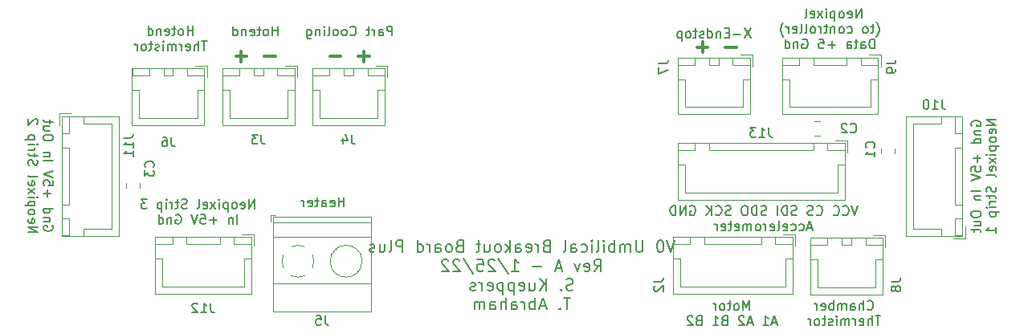
<source format=gbr>
%TF.GenerationSoftware,KiCad,Pcbnew,(6.0.1)*%
%TF.CreationDate,2022-01-25T20:37:15+01:00*%
%TF.ProjectId,V0-UmbilicalBoard,56302d55-6d62-4696-9c69-63616c426f61,rev?*%
%TF.SameCoordinates,Original*%
%TF.FileFunction,Legend,Bot*%
%TF.FilePolarity,Positive*%
%FSLAX46Y46*%
G04 Gerber Fmt 4.6, Leading zero omitted, Abs format (unit mm)*
G04 Created by KiCad (PCBNEW (6.0.1)) date 2022-01-25 20:37:15*
%MOMM*%
%LPD*%
G01*
G04 APERTURE LIST*
%ADD10C,0.300000*%
%ADD11C,0.200000*%
%ADD12C,0.150000*%
%ADD13C,0.120000*%
G04 APERTURE END LIST*
D10*
X123631428Y-86407142D02*
X122488571Y-86407142D01*
X120631428Y-86407142D02*
X119488571Y-86407142D01*
X120060000Y-86978571D02*
X120060000Y-85835714D01*
D11*
X117160714Y-106796726D02*
X116744047Y-108046726D01*
X116327380Y-106796726D01*
X115672619Y-106796726D02*
X115553571Y-106796726D01*
X115434523Y-106856250D01*
X115375000Y-106915773D01*
X115315476Y-107034821D01*
X115255952Y-107272916D01*
X115255952Y-107570535D01*
X115315476Y-107808630D01*
X115375000Y-107927678D01*
X115434523Y-107987202D01*
X115553571Y-108046726D01*
X115672619Y-108046726D01*
X115791666Y-107987202D01*
X115851190Y-107927678D01*
X115910714Y-107808630D01*
X115970238Y-107570535D01*
X115970238Y-107272916D01*
X115910714Y-107034821D01*
X115851190Y-106915773D01*
X115791666Y-106856250D01*
X115672619Y-106796726D01*
X113767857Y-106796726D02*
X113767857Y-107808630D01*
X113708333Y-107927678D01*
X113648809Y-107987202D01*
X113529761Y-108046726D01*
X113291666Y-108046726D01*
X113172619Y-107987202D01*
X113113095Y-107927678D01*
X113053571Y-107808630D01*
X113053571Y-106796726D01*
X112458333Y-108046726D02*
X112458333Y-107213392D01*
X112458333Y-107332440D02*
X112398809Y-107272916D01*
X112279761Y-107213392D01*
X112101190Y-107213392D01*
X111982142Y-107272916D01*
X111922619Y-107391964D01*
X111922619Y-108046726D01*
X111922619Y-107391964D02*
X111863095Y-107272916D01*
X111744047Y-107213392D01*
X111565476Y-107213392D01*
X111446428Y-107272916D01*
X111386904Y-107391964D01*
X111386904Y-108046726D01*
X110791666Y-108046726D02*
X110791666Y-106796726D01*
X110791666Y-107272916D02*
X110672619Y-107213392D01*
X110434523Y-107213392D01*
X110315476Y-107272916D01*
X110255952Y-107332440D01*
X110196428Y-107451488D01*
X110196428Y-107808630D01*
X110255952Y-107927678D01*
X110315476Y-107987202D01*
X110434523Y-108046726D01*
X110672619Y-108046726D01*
X110791666Y-107987202D01*
X109660714Y-108046726D02*
X109660714Y-107213392D01*
X109660714Y-106796726D02*
X109720238Y-106856250D01*
X109660714Y-106915773D01*
X109601190Y-106856250D01*
X109660714Y-106796726D01*
X109660714Y-106915773D01*
X108886904Y-108046726D02*
X109005952Y-107987202D01*
X109065476Y-107868154D01*
X109065476Y-106796726D01*
X108410714Y-108046726D02*
X108410714Y-107213392D01*
X108410714Y-106796726D02*
X108470238Y-106856250D01*
X108410714Y-106915773D01*
X108351190Y-106856250D01*
X108410714Y-106796726D01*
X108410714Y-106915773D01*
X107279761Y-107987202D02*
X107398809Y-108046726D01*
X107636904Y-108046726D01*
X107755952Y-107987202D01*
X107815476Y-107927678D01*
X107875000Y-107808630D01*
X107875000Y-107451488D01*
X107815476Y-107332440D01*
X107755952Y-107272916D01*
X107636904Y-107213392D01*
X107398809Y-107213392D01*
X107279761Y-107272916D01*
X106208333Y-108046726D02*
X106208333Y-107391964D01*
X106267857Y-107272916D01*
X106386904Y-107213392D01*
X106625000Y-107213392D01*
X106744047Y-107272916D01*
X106208333Y-107987202D02*
X106327380Y-108046726D01*
X106625000Y-108046726D01*
X106744047Y-107987202D01*
X106803571Y-107868154D01*
X106803571Y-107749107D01*
X106744047Y-107630059D01*
X106625000Y-107570535D01*
X106327380Y-107570535D01*
X106208333Y-107511011D01*
X105434523Y-108046726D02*
X105553571Y-107987202D01*
X105613095Y-107868154D01*
X105613095Y-106796726D01*
X103589285Y-107391964D02*
X103410714Y-107451488D01*
X103351190Y-107511011D01*
X103291666Y-107630059D01*
X103291666Y-107808630D01*
X103351190Y-107927678D01*
X103410714Y-107987202D01*
X103529761Y-108046726D01*
X104005952Y-108046726D01*
X104005952Y-106796726D01*
X103589285Y-106796726D01*
X103470238Y-106856250D01*
X103410714Y-106915773D01*
X103351190Y-107034821D01*
X103351190Y-107153869D01*
X103410714Y-107272916D01*
X103470238Y-107332440D01*
X103589285Y-107391964D01*
X104005952Y-107391964D01*
X102755952Y-108046726D02*
X102755952Y-107213392D01*
X102755952Y-107451488D02*
X102696428Y-107332440D01*
X102636904Y-107272916D01*
X102517857Y-107213392D01*
X102398809Y-107213392D01*
X101505952Y-107987202D02*
X101625000Y-108046726D01*
X101863095Y-108046726D01*
X101982142Y-107987202D01*
X102041666Y-107868154D01*
X102041666Y-107391964D01*
X101982142Y-107272916D01*
X101863095Y-107213392D01*
X101625000Y-107213392D01*
X101505952Y-107272916D01*
X101446428Y-107391964D01*
X101446428Y-107511011D01*
X102041666Y-107630059D01*
X100375000Y-108046726D02*
X100375000Y-107391964D01*
X100434523Y-107272916D01*
X100553571Y-107213392D01*
X100791666Y-107213392D01*
X100910714Y-107272916D01*
X100375000Y-107987202D02*
X100494047Y-108046726D01*
X100791666Y-108046726D01*
X100910714Y-107987202D01*
X100970238Y-107868154D01*
X100970238Y-107749107D01*
X100910714Y-107630059D01*
X100791666Y-107570535D01*
X100494047Y-107570535D01*
X100375000Y-107511011D01*
X99779761Y-108046726D02*
X99779761Y-106796726D01*
X99660714Y-107570535D02*
X99303571Y-108046726D01*
X99303571Y-107213392D02*
X99779761Y-107689583D01*
X98589285Y-108046726D02*
X98708333Y-107987202D01*
X98767857Y-107927678D01*
X98827380Y-107808630D01*
X98827380Y-107451488D01*
X98767857Y-107332440D01*
X98708333Y-107272916D01*
X98589285Y-107213392D01*
X98410714Y-107213392D01*
X98291666Y-107272916D01*
X98232142Y-107332440D01*
X98172619Y-107451488D01*
X98172619Y-107808630D01*
X98232142Y-107927678D01*
X98291666Y-107987202D01*
X98410714Y-108046726D01*
X98589285Y-108046726D01*
X97101190Y-107213392D02*
X97101190Y-108046726D01*
X97636904Y-107213392D02*
X97636904Y-107868154D01*
X97577380Y-107987202D01*
X97458333Y-108046726D01*
X97279761Y-108046726D01*
X97160714Y-107987202D01*
X97101190Y-107927678D01*
X96684523Y-107213392D02*
X96208333Y-107213392D01*
X96505952Y-106796726D02*
X96505952Y-107868154D01*
X96446428Y-107987202D01*
X96327380Y-108046726D01*
X96208333Y-108046726D01*
X94422619Y-107391964D02*
X94244047Y-107451488D01*
X94184523Y-107511011D01*
X94125000Y-107630059D01*
X94125000Y-107808630D01*
X94184523Y-107927678D01*
X94244047Y-107987202D01*
X94363095Y-108046726D01*
X94839285Y-108046726D01*
X94839285Y-106796726D01*
X94422619Y-106796726D01*
X94303571Y-106856250D01*
X94244047Y-106915773D01*
X94184523Y-107034821D01*
X94184523Y-107153869D01*
X94244047Y-107272916D01*
X94303571Y-107332440D01*
X94422619Y-107391964D01*
X94839285Y-107391964D01*
X93410714Y-108046726D02*
X93529761Y-107987202D01*
X93589285Y-107927678D01*
X93648809Y-107808630D01*
X93648809Y-107451488D01*
X93589285Y-107332440D01*
X93529761Y-107272916D01*
X93410714Y-107213392D01*
X93232142Y-107213392D01*
X93113095Y-107272916D01*
X93053571Y-107332440D01*
X92994047Y-107451488D01*
X92994047Y-107808630D01*
X93053571Y-107927678D01*
X93113095Y-107987202D01*
X93232142Y-108046726D01*
X93410714Y-108046726D01*
X91922619Y-108046726D02*
X91922619Y-107391964D01*
X91982142Y-107272916D01*
X92101190Y-107213392D01*
X92339285Y-107213392D01*
X92458333Y-107272916D01*
X91922619Y-107987202D02*
X92041666Y-108046726D01*
X92339285Y-108046726D01*
X92458333Y-107987202D01*
X92517857Y-107868154D01*
X92517857Y-107749107D01*
X92458333Y-107630059D01*
X92339285Y-107570535D01*
X92041666Y-107570535D01*
X91922619Y-107511011D01*
X91327380Y-108046726D02*
X91327380Y-107213392D01*
X91327380Y-107451488D02*
X91267857Y-107332440D01*
X91208333Y-107272916D01*
X91089285Y-107213392D01*
X90970238Y-107213392D01*
X90017857Y-108046726D02*
X90017857Y-106796726D01*
X90017857Y-107987202D02*
X90136904Y-108046726D01*
X90375000Y-108046726D01*
X90494047Y-107987202D01*
X90553571Y-107927678D01*
X90613095Y-107808630D01*
X90613095Y-107451488D01*
X90553571Y-107332440D01*
X90494047Y-107272916D01*
X90375000Y-107213392D01*
X90136904Y-107213392D01*
X90017857Y-107272916D01*
X88470238Y-108046726D02*
X88470238Y-106796726D01*
X87994047Y-106796726D01*
X87875000Y-106856250D01*
X87815476Y-106915773D01*
X87755952Y-107034821D01*
X87755952Y-107213392D01*
X87815476Y-107332440D01*
X87875000Y-107391964D01*
X87994047Y-107451488D01*
X88470238Y-107451488D01*
X87041666Y-108046726D02*
X87160714Y-107987202D01*
X87220238Y-107868154D01*
X87220238Y-106796726D01*
X86029761Y-107213392D02*
X86029761Y-108046726D01*
X86565476Y-107213392D02*
X86565476Y-107868154D01*
X86505952Y-107987202D01*
X86386904Y-108046726D01*
X86208333Y-108046726D01*
X86089285Y-107987202D01*
X86029761Y-107927678D01*
X85494047Y-107987202D02*
X85375000Y-108046726D01*
X85136904Y-108046726D01*
X85017857Y-107987202D01*
X84958333Y-107868154D01*
X84958333Y-107808630D01*
X85017857Y-107689583D01*
X85136904Y-107630059D01*
X85315476Y-107630059D01*
X85434523Y-107570535D01*
X85494047Y-107451488D01*
X85494047Y-107391964D01*
X85434523Y-107272916D01*
X85315476Y-107213392D01*
X85136904Y-107213392D01*
X85017857Y-107272916D01*
X108648809Y-110059226D02*
X109065476Y-109463988D01*
X109363095Y-110059226D02*
X109363095Y-108809226D01*
X108886904Y-108809226D01*
X108767857Y-108868750D01*
X108708333Y-108928273D01*
X108648809Y-109047321D01*
X108648809Y-109225892D01*
X108708333Y-109344940D01*
X108767857Y-109404464D01*
X108886904Y-109463988D01*
X109363095Y-109463988D01*
X107636904Y-109999702D02*
X107755952Y-110059226D01*
X107994047Y-110059226D01*
X108113095Y-109999702D01*
X108172619Y-109880654D01*
X108172619Y-109404464D01*
X108113095Y-109285416D01*
X107994047Y-109225892D01*
X107755952Y-109225892D01*
X107636904Y-109285416D01*
X107577380Y-109404464D01*
X107577380Y-109523511D01*
X108172619Y-109642559D01*
X107160714Y-109225892D02*
X106863095Y-110059226D01*
X106565476Y-109225892D01*
X105196428Y-109702083D02*
X104601190Y-109702083D01*
X105315476Y-110059226D02*
X104898809Y-108809226D01*
X104482142Y-110059226D01*
X103113095Y-109583035D02*
X102160714Y-109583035D01*
X99958333Y-110059226D02*
X100672619Y-110059226D01*
X100315476Y-110059226D02*
X100315476Y-108809226D01*
X100434523Y-108987797D01*
X100553571Y-109106845D01*
X100672619Y-109166369D01*
X98529761Y-108749702D02*
X99601190Y-110356845D01*
X98172619Y-108928273D02*
X98113095Y-108868750D01*
X97994047Y-108809226D01*
X97696428Y-108809226D01*
X97577380Y-108868750D01*
X97517857Y-108928273D01*
X97458333Y-109047321D01*
X97458333Y-109166369D01*
X97517857Y-109344940D01*
X98232142Y-110059226D01*
X97458333Y-110059226D01*
X96327380Y-108809226D02*
X96922619Y-108809226D01*
X96982142Y-109404464D01*
X96922619Y-109344940D01*
X96803571Y-109285416D01*
X96505952Y-109285416D01*
X96386904Y-109344940D01*
X96327380Y-109404464D01*
X96267857Y-109523511D01*
X96267857Y-109821130D01*
X96327380Y-109940178D01*
X96386904Y-109999702D01*
X96505952Y-110059226D01*
X96803571Y-110059226D01*
X96922619Y-109999702D01*
X96982142Y-109940178D01*
X94839285Y-108749702D02*
X95910714Y-110356845D01*
X94482142Y-108928273D02*
X94422619Y-108868750D01*
X94303571Y-108809226D01*
X94005952Y-108809226D01*
X93886904Y-108868750D01*
X93827380Y-108928273D01*
X93767857Y-109047321D01*
X93767857Y-109166369D01*
X93827380Y-109344940D01*
X94541666Y-110059226D01*
X93767857Y-110059226D01*
X93291666Y-108928273D02*
X93232142Y-108868750D01*
X93113095Y-108809226D01*
X92815476Y-108809226D01*
X92696428Y-108868750D01*
X92636904Y-108928273D01*
X92577380Y-109047321D01*
X92577380Y-109166369D01*
X92636904Y-109344940D01*
X93351190Y-110059226D01*
X92577380Y-110059226D01*
X106416666Y-112012202D02*
X106238095Y-112071726D01*
X105940476Y-112071726D01*
X105821428Y-112012202D01*
X105761904Y-111952678D01*
X105702380Y-111833630D01*
X105702380Y-111714583D01*
X105761904Y-111595535D01*
X105821428Y-111536011D01*
X105940476Y-111476488D01*
X106178571Y-111416964D01*
X106297619Y-111357440D01*
X106357142Y-111297916D01*
X106416666Y-111178869D01*
X106416666Y-111059821D01*
X106357142Y-110940773D01*
X106297619Y-110881250D01*
X106178571Y-110821726D01*
X105880952Y-110821726D01*
X105702380Y-110881250D01*
X105166666Y-111952678D02*
X105107142Y-112012202D01*
X105166666Y-112071726D01*
X105226190Y-112012202D01*
X105166666Y-111952678D01*
X105166666Y-112071726D01*
X103619047Y-112071726D02*
X103619047Y-110821726D01*
X102904761Y-112071726D02*
X103440476Y-111357440D01*
X102904761Y-110821726D02*
X103619047Y-111536011D01*
X101833333Y-111238392D02*
X101833333Y-112071726D01*
X102369047Y-111238392D02*
X102369047Y-111893154D01*
X102309523Y-112012202D01*
X102190476Y-112071726D01*
X102011904Y-112071726D01*
X101892857Y-112012202D01*
X101833333Y-111952678D01*
X100761904Y-112012202D02*
X100880952Y-112071726D01*
X101119047Y-112071726D01*
X101238095Y-112012202D01*
X101297619Y-111893154D01*
X101297619Y-111416964D01*
X101238095Y-111297916D01*
X101119047Y-111238392D01*
X100880952Y-111238392D01*
X100761904Y-111297916D01*
X100702380Y-111416964D01*
X100702380Y-111536011D01*
X101297619Y-111655059D01*
X100166666Y-111238392D02*
X100166666Y-112488392D01*
X100166666Y-111297916D02*
X100047619Y-111238392D01*
X99809523Y-111238392D01*
X99690476Y-111297916D01*
X99630952Y-111357440D01*
X99571428Y-111476488D01*
X99571428Y-111833630D01*
X99630952Y-111952678D01*
X99690476Y-112012202D01*
X99809523Y-112071726D01*
X100047619Y-112071726D01*
X100166666Y-112012202D01*
X99035714Y-111238392D02*
X99035714Y-112488392D01*
X99035714Y-111297916D02*
X98916666Y-111238392D01*
X98678571Y-111238392D01*
X98559523Y-111297916D01*
X98500000Y-111357440D01*
X98440476Y-111476488D01*
X98440476Y-111833630D01*
X98500000Y-111952678D01*
X98559523Y-112012202D01*
X98678571Y-112071726D01*
X98916666Y-112071726D01*
X99035714Y-112012202D01*
X97428571Y-112012202D02*
X97547619Y-112071726D01*
X97785714Y-112071726D01*
X97904761Y-112012202D01*
X97964285Y-111893154D01*
X97964285Y-111416964D01*
X97904761Y-111297916D01*
X97785714Y-111238392D01*
X97547619Y-111238392D01*
X97428571Y-111297916D01*
X97369047Y-111416964D01*
X97369047Y-111536011D01*
X97964285Y-111655059D01*
X96833333Y-112071726D02*
X96833333Y-111238392D01*
X96833333Y-111476488D02*
X96773809Y-111357440D01*
X96714285Y-111297916D01*
X96595238Y-111238392D01*
X96476190Y-111238392D01*
X96119047Y-112012202D02*
X96000000Y-112071726D01*
X95761904Y-112071726D01*
X95642857Y-112012202D01*
X95583333Y-111893154D01*
X95583333Y-111833630D01*
X95642857Y-111714583D01*
X95761904Y-111655059D01*
X95940476Y-111655059D01*
X96059523Y-111595535D01*
X96119047Y-111476488D01*
X96119047Y-111416964D01*
X96059523Y-111297916D01*
X95940476Y-111238392D01*
X95761904Y-111238392D01*
X95642857Y-111297916D01*
X106148809Y-112834226D02*
X105434523Y-112834226D01*
X105791666Y-114084226D02*
X105791666Y-112834226D01*
X105017857Y-113965178D02*
X104958333Y-114024702D01*
X105017857Y-114084226D01*
X105077380Y-114024702D01*
X105017857Y-113965178D01*
X105017857Y-114084226D01*
X103529761Y-113727083D02*
X102934523Y-113727083D01*
X103648809Y-114084226D02*
X103232142Y-112834226D01*
X102815476Y-114084226D01*
X102398809Y-114084226D02*
X102398809Y-112834226D01*
X102398809Y-113310416D02*
X102279761Y-113250892D01*
X102041666Y-113250892D01*
X101922619Y-113310416D01*
X101863095Y-113369940D01*
X101803571Y-113488988D01*
X101803571Y-113846130D01*
X101863095Y-113965178D01*
X101922619Y-114024702D01*
X102041666Y-114084226D01*
X102279761Y-114084226D01*
X102398809Y-114024702D01*
X101267857Y-114084226D02*
X101267857Y-113250892D01*
X101267857Y-113488988D02*
X101208333Y-113369940D01*
X101148809Y-113310416D01*
X101029761Y-113250892D01*
X100910714Y-113250892D01*
X99958333Y-114084226D02*
X99958333Y-113429464D01*
X100017857Y-113310416D01*
X100136904Y-113250892D01*
X100375000Y-113250892D01*
X100494047Y-113310416D01*
X99958333Y-114024702D02*
X100077380Y-114084226D01*
X100375000Y-114084226D01*
X100494047Y-114024702D01*
X100553571Y-113905654D01*
X100553571Y-113786607D01*
X100494047Y-113667559D01*
X100375000Y-113608035D01*
X100077380Y-113608035D01*
X99958333Y-113548511D01*
X99363095Y-114084226D02*
X99363095Y-112834226D01*
X98827380Y-114084226D02*
X98827380Y-113429464D01*
X98886904Y-113310416D01*
X99005952Y-113250892D01*
X99184523Y-113250892D01*
X99303571Y-113310416D01*
X99363095Y-113369940D01*
X97696428Y-114084226D02*
X97696428Y-113429464D01*
X97755952Y-113310416D01*
X97875000Y-113250892D01*
X98113095Y-113250892D01*
X98232142Y-113310416D01*
X97696428Y-114024702D02*
X97815476Y-114084226D01*
X98113095Y-114084226D01*
X98232142Y-114024702D01*
X98291666Y-113905654D01*
X98291666Y-113786607D01*
X98232142Y-113667559D01*
X98113095Y-113608035D01*
X97815476Y-113608035D01*
X97696428Y-113548511D01*
X97101190Y-114084226D02*
X97101190Y-113250892D01*
X97101190Y-113369940D02*
X97041666Y-113310416D01*
X96922619Y-113250892D01*
X96744047Y-113250892D01*
X96625000Y-113310416D01*
X96565476Y-113429464D01*
X96565476Y-114084226D01*
X96565476Y-113429464D02*
X96505952Y-113310416D01*
X96386904Y-113250892D01*
X96208333Y-113250892D01*
X96089285Y-113310416D01*
X96029761Y-113429464D01*
X96029761Y-114084226D01*
D12*
X51555000Y-105261904D02*
X51602619Y-105357142D01*
X51602619Y-105500000D01*
X51555000Y-105642857D01*
X51459761Y-105738095D01*
X51364523Y-105785714D01*
X51174047Y-105833333D01*
X51031190Y-105833333D01*
X50840714Y-105785714D01*
X50745476Y-105738095D01*
X50650238Y-105642857D01*
X50602619Y-105500000D01*
X50602619Y-105404761D01*
X50650238Y-105261904D01*
X50697857Y-105214285D01*
X51031190Y-105214285D01*
X51031190Y-105404761D01*
X51269285Y-104785714D02*
X50602619Y-104785714D01*
X51174047Y-104785714D02*
X51221666Y-104738095D01*
X51269285Y-104642857D01*
X51269285Y-104500000D01*
X51221666Y-104404761D01*
X51126428Y-104357142D01*
X50602619Y-104357142D01*
X50602619Y-103452380D02*
X51602619Y-103452380D01*
X50650238Y-103452380D02*
X50602619Y-103547619D01*
X50602619Y-103738095D01*
X50650238Y-103833333D01*
X50697857Y-103880952D01*
X50793095Y-103928571D01*
X51078809Y-103928571D01*
X51174047Y-103880952D01*
X51221666Y-103833333D01*
X51269285Y-103738095D01*
X51269285Y-103547619D01*
X51221666Y-103452380D01*
X50983571Y-102214285D02*
X50983571Y-101452380D01*
X50602619Y-101833333D02*
X51364523Y-101833333D01*
X51602619Y-100500000D02*
X51602619Y-100976190D01*
X51126428Y-101023809D01*
X51174047Y-100976190D01*
X51221666Y-100880952D01*
X51221666Y-100642857D01*
X51174047Y-100547619D01*
X51126428Y-100500000D01*
X51031190Y-100452380D01*
X50793095Y-100452380D01*
X50697857Y-100500000D01*
X50650238Y-100547619D01*
X50602619Y-100642857D01*
X50602619Y-100880952D01*
X50650238Y-100976190D01*
X50697857Y-101023809D01*
X51602619Y-100166666D02*
X50602619Y-99833333D01*
X51602619Y-99500000D01*
X50602619Y-98404761D02*
X51602619Y-98404761D01*
X51269285Y-97928571D02*
X50602619Y-97928571D01*
X51174047Y-97928571D02*
X51221666Y-97880952D01*
X51269285Y-97785714D01*
X51269285Y-97642857D01*
X51221666Y-97547619D01*
X51126428Y-97500000D01*
X50602619Y-97500000D01*
X51602619Y-96071428D02*
X51602619Y-95880952D01*
X51555000Y-95785714D01*
X51459761Y-95690476D01*
X51269285Y-95642857D01*
X50935952Y-95642857D01*
X50745476Y-95690476D01*
X50650238Y-95785714D01*
X50602619Y-95880952D01*
X50602619Y-96071428D01*
X50650238Y-96166666D01*
X50745476Y-96261904D01*
X50935952Y-96309523D01*
X51269285Y-96309523D01*
X51459761Y-96261904D01*
X51555000Y-96166666D01*
X51602619Y-96071428D01*
X51269285Y-94785714D02*
X50602619Y-94785714D01*
X51269285Y-95214285D02*
X50745476Y-95214285D01*
X50650238Y-95166666D01*
X50602619Y-95071428D01*
X50602619Y-94928571D01*
X50650238Y-94833333D01*
X50697857Y-94785714D01*
X51269285Y-94452380D02*
X51269285Y-94071428D01*
X51602619Y-94309523D02*
X50745476Y-94309523D01*
X50650238Y-94261904D01*
X50602619Y-94166666D01*
X50602619Y-94071428D01*
X48992619Y-105952380D02*
X49992619Y-105952380D01*
X48992619Y-105380952D01*
X49992619Y-105380952D01*
X49040238Y-104523809D02*
X48992619Y-104619047D01*
X48992619Y-104809523D01*
X49040238Y-104904761D01*
X49135476Y-104952380D01*
X49516428Y-104952380D01*
X49611666Y-104904761D01*
X49659285Y-104809523D01*
X49659285Y-104619047D01*
X49611666Y-104523809D01*
X49516428Y-104476190D01*
X49421190Y-104476190D01*
X49325952Y-104952380D01*
X48992619Y-103904761D02*
X49040238Y-104000000D01*
X49087857Y-104047619D01*
X49183095Y-104095238D01*
X49468809Y-104095238D01*
X49564047Y-104047619D01*
X49611666Y-104000000D01*
X49659285Y-103904761D01*
X49659285Y-103761904D01*
X49611666Y-103666666D01*
X49564047Y-103619047D01*
X49468809Y-103571428D01*
X49183095Y-103571428D01*
X49087857Y-103619047D01*
X49040238Y-103666666D01*
X48992619Y-103761904D01*
X48992619Y-103904761D01*
X49659285Y-103142857D02*
X48659285Y-103142857D01*
X49611666Y-103142857D02*
X49659285Y-103047619D01*
X49659285Y-102857142D01*
X49611666Y-102761904D01*
X49564047Y-102714285D01*
X49468809Y-102666666D01*
X49183095Y-102666666D01*
X49087857Y-102714285D01*
X49040238Y-102761904D01*
X48992619Y-102857142D01*
X48992619Y-103047619D01*
X49040238Y-103142857D01*
X48992619Y-102238095D02*
X49659285Y-102238095D01*
X49992619Y-102238095D02*
X49945000Y-102285714D01*
X49897380Y-102238095D01*
X49945000Y-102190476D01*
X49992619Y-102238095D01*
X49897380Y-102238095D01*
X48992619Y-101857142D02*
X49659285Y-101333333D01*
X49659285Y-101857142D02*
X48992619Y-101333333D01*
X49040238Y-100571428D02*
X48992619Y-100666666D01*
X48992619Y-100857142D01*
X49040238Y-100952380D01*
X49135476Y-101000000D01*
X49516428Y-101000000D01*
X49611666Y-100952380D01*
X49659285Y-100857142D01*
X49659285Y-100666666D01*
X49611666Y-100571428D01*
X49516428Y-100523809D01*
X49421190Y-100523809D01*
X49325952Y-101000000D01*
X48992619Y-99952380D02*
X49040238Y-100047619D01*
X49135476Y-100095238D01*
X49992619Y-100095238D01*
X49040238Y-98857142D02*
X48992619Y-98714285D01*
X48992619Y-98476190D01*
X49040238Y-98380952D01*
X49087857Y-98333333D01*
X49183095Y-98285714D01*
X49278333Y-98285714D01*
X49373571Y-98333333D01*
X49421190Y-98380952D01*
X49468809Y-98476190D01*
X49516428Y-98666666D01*
X49564047Y-98761904D01*
X49611666Y-98809523D01*
X49706904Y-98857142D01*
X49802142Y-98857142D01*
X49897380Y-98809523D01*
X49945000Y-98761904D01*
X49992619Y-98666666D01*
X49992619Y-98428571D01*
X49945000Y-98285714D01*
X49659285Y-98000000D02*
X49659285Y-97619047D01*
X49992619Y-97857142D02*
X49135476Y-97857142D01*
X49040238Y-97809523D01*
X48992619Y-97714285D01*
X48992619Y-97619047D01*
X48992619Y-97285714D02*
X49659285Y-97285714D01*
X49468809Y-97285714D02*
X49564047Y-97238095D01*
X49611666Y-97190476D01*
X49659285Y-97095238D01*
X49659285Y-97000000D01*
X48992619Y-96666666D02*
X49659285Y-96666666D01*
X49992619Y-96666666D02*
X49945000Y-96714285D01*
X49897380Y-96666666D01*
X49945000Y-96619047D01*
X49992619Y-96666666D01*
X49897380Y-96666666D01*
X49659285Y-96190476D02*
X48659285Y-96190476D01*
X49611666Y-96190476D02*
X49659285Y-96095238D01*
X49659285Y-95904761D01*
X49611666Y-95809523D01*
X49564047Y-95761904D01*
X49468809Y-95714285D01*
X49183095Y-95714285D01*
X49087857Y-95761904D01*
X49040238Y-95809523D01*
X48992619Y-95904761D01*
X48992619Y-96095238D01*
X49040238Y-96190476D01*
X49897380Y-94571428D02*
X49945000Y-94523809D01*
X49992619Y-94428571D01*
X49992619Y-94190476D01*
X49945000Y-94095238D01*
X49897380Y-94047619D01*
X49802142Y-94000000D01*
X49706904Y-94000000D01*
X49564047Y-94047619D01*
X48992619Y-94619047D01*
X48992619Y-94000000D01*
X148445000Y-94738095D02*
X148397380Y-94642857D01*
X148397380Y-94500000D01*
X148445000Y-94357142D01*
X148540238Y-94261904D01*
X148635476Y-94214285D01*
X148825952Y-94166666D01*
X148968809Y-94166666D01*
X149159285Y-94214285D01*
X149254523Y-94261904D01*
X149349761Y-94357142D01*
X149397380Y-94500000D01*
X149397380Y-94595238D01*
X149349761Y-94738095D01*
X149302142Y-94785714D01*
X148968809Y-94785714D01*
X148968809Y-94595238D01*
X148730714Y-95214285D02*
X149397380Y-95214285D01*
X148825952Y-95214285D02*
X148778333Y-95261904D01*
X148730714Y-95357142D01*
X148730714Y-95500000D01*
X148778333Y-95595238D01*
X148873571Y-95642857D01*
X149397380Y-95642857D01*
X149397380Y-96547619D02*
X148397380Y-96547619D01*
X149349761Y-96547619D02*
X149397380Y-96452380D01*
X149397380Y-96261904D01*
X149349761Y-96166666D01*
X149302142Y-96119047D01*
X149206904Y-96071428D01*
X148921190Y-96071428D01*
X148825952Y-96119047D01*
X148778333Y-96166666D01*
X148730714Y-96261904D01*
X148730714Y-96452380D01*
X148778333Y-96547619D01*
X149016428Y-97785714D02*
X149016428Y-98547619D01*
X149397380Y-98166666D02*
X148635476Y-98166666D01*
X148397380Y-99500000D02*
X148397380Y-99023809D01*
X148873571Y-98976190D01*
X148825952Y-99023809D01*
X148778333Y-99119047D01*
X148778333Y-99357142D01*
X148825952Y-99452380D01*
X148873571Y-99500000D01*
X148968809Y-99547619D01*
X149206904Y-99547619D01*
X149302142Y-99500000D01*
X149349761Y-99452380D01*
X149397380Y-99357142D01*
X149397380Y-99119047D01*
X149349761Y-99023809D01*
X149302142Y-98976190D01*
X148397380Y-99833333D02*
X149397380Y-100166666D01*
X148397380Y-100500000D01*
X149397380Y-101595238D02*
X148397380Y-101595238D01*
X148730714Y-102071428D02*
X149397380Y-102071428D01*
X148825952Y-102071428D02*
X148778333Y-102119047D01*
X148730714Y-102214285D01*
X148730714Y-102357142D01*
X148778333Y-102452380D01*
X148873571Y-102500000D01*
X149397380Y-102500000D01*
X148397380Y-103928571D02*
X148397380Y-104119047D01*
X148445000Y-104214285D01*
X148540238Y-104309523D01*
X148730714Y-104357142D01*
X149064047Y-104357142D01*
X149254523Y-104309523D01*
X149349761Y-104214285D01*
X149397380Y-104119047D01*
X149397380Y-103928571D01*
X149349761Y-103833333D01*
X149254523Y-103738095D01*
X149064047Y-103690476D01*
X148730714Y-103690476D01*
X148540238Y-103738095D01*
X148445000Y-103833333D01*
X148397380Y-103928571D01*
X148730714Y-105214285D02*
X149397380Y-105214285D01*
X148730714Y-104785714D02*
X149254523Y-104785714D01*
X149349761Y-104833333D01*
X149397380Y-104928571D01*
X149397380Y-105071428D01*
X149349761Y-105166666D01*
X149302142Y-105214285D01*
X148730714Y-105547619D02*
X148730714Y-105928571D01*
X148397380Y-105690476D02*
X149254523Y-105690476D01*
X149349761Y-105738095D01*
X149397380Y-105833333D01*
X149397380Y-105928571D01*
X151007380Y-94047619D02*
X150007380Y-94047619D01*
X151007380Y-94619047D01*
X150007380Y-94619047D01*
X150959761Y-95476190D02*
X151007380Y-95380952D01*
X151007380Y-95190476D01*
X150959761Y-95095238D01*
X150864523Y-95047619D01*
X150483571Y-95047619D01*
X150388333Y-95095238D01*
X150340714Y-95190476D01*
X150340714Y-95380952D01*
X150388333Y-95476190D01*
X150483571Y-95523809D01*
X150578809Y-95523809D01*
X150674047Y-95047619D01*
X151007380Y-96095238D02*
X150959761Y-96000000D01*
X150912142Y-95952380D01*
X150816904Y-95904761D01*
X150531190Y-95904761D01*
X150435952Y-95952380D01*
X150388333Y-96000000D01*
X150340714Y-96095238D01*
X150340714Y-96238095D01*
X150388333Y-96333333D01*
X150435952Y-96380952D01*
X150531190Y-96428571D01*
X150816904Y-96428571D01*
X150912142Y-96380952D01*
X150959761Y-96333333D01*
X151007380Y-96238095D01*
X151007380Y-96095238D01*
X150340714Y-96857142D02*
X151340714Y-96857142D01*
X150388333Y-96857142D02*
X150340714Y-96952380D01*
X150340714Y-97142857D01*
X150388333Y-97238095D01*
X150435952Y-97285714D01*
X150531190Y-97333333D01*
X150816904Y-97333333D01*
X150912142Y-97285714D01*
X150959761Y-97238095D01*
X151007380Y-97142857D01*
X151007380Y-96952380D01*
X150959761Y-96857142D01*
X151007380Y-97761904D02*
X150340714Y-97761904D01*
X150007380Y-97761904D02*
X150055000Y-97714285D01*
X150102619Y-97761904D01*
X150055000Y-97809523D01*
X150007380Y-97761904D01*
X150102619Y-97761904D01*
X151007380Y-98142857D02*
X150340714Y-98666666D01*
X150340714Y-98142857D02*
X151007380Y-98666666D01*
X150959761Y-99428571D02*
X151007380Y-99333333D01*
X151007380Y-99142857D01*
X150959761Y-99047619D01*
X150864523Y-99000000D01*
X150483571Y-99000000D01*
X150388333Y-99047619D01*
X150340714Y-99142857D01*
X150340714Y-99333333D01*
X150388333Y-99428571D01*
X150483571Y-99476190D01*
X150578809Y-99476190D01*
X150674047Y-99000000D01*
X151007380Y-100047619D02*
X150959761Y-99952380D01*
X150864523Y-99904761D01*
X150007380Y-99904761D01*
X150959761Y-101142857D02*
X151007380Y-101285714D01*
X151007380Y-101523809D01*
X150959761Y-101619047D01*
X150912142Y-101666666D01*
X150816904Y-101714285D01*
X150721666Y-101714285D01*
X150626428Y-101666666D01*
X150578809Y-101619047D01*
X150531190Y-101523809D01*
X150483571Y-101333333D01*
X150435952Y-101238095D01*
X150388333Y-101190476D01*
X150293095Y-101142857D01*
X150197857Y-101142857D01*
X150102619Y-101190476D01*
X150055000Y-101238095D01*
X150007380Y-101333333D01*
X150007380Y-101571428D01*
X150055000Y-101714285D01*
X150340714Y-102000000D02*
X150340714Y-102380952D01*
X150007380Y-102142857D02*
X150864523Y-102142857D01*
X150959761Y-102190476D01*
X151007380Y-102285714D01*
X151007380Y-102380952D01*
X151007380Y-102714285D02*
X150340714Y-102714285D01*
X150531190Y-102714285D02*
X150435952Y-102761904D01*
X150388333Y-102809523D01*
X150340714Y-102904761D01*
X150340714Y-103000000D01*
X151007380Y-103333333D02*
X150340714Y-103333333D01*
X150007380Y-103333333D02*
X150055000Y-103285714D01*
X150102619Y-103333333D01*
X150055000Y-103380952D01*
X150007380Y-103333333D01*
X150102619Y-103333333D01*
X150340714Y-103809523D02*
X151340714Y-103809523D01*
X150388333Y-103809523D02*
X150340714Y-103904761D01*
X150340714Y-104095238D01*
X150388333Y-104190476D01*
X150435952Y-104238095D01*
X150531190Y-104285714D01*
X150816904Y-104285714D01*
X150912142Y-104238095D01*
X150959761Y-104190476D01*
X151007380Y-104095238D01*
X151007380Y-103904761D01*
X150959761Y-103809523D01*
X151007380Y-106000000D02*
X151007380Y-105428571D01*
X151007380Y-105714285D02*
X150007380Y-105714285D01*
X150150238Y-105619047D01*
X150245476Y-105523809D01*
X150293095Y-105428571D01*
X124993333Y-114147380D02*
X124993333Y-113147380D01*
X124660000Y-113861666D01*
X124326666Y-113147380D01*
X124326666Y-114147380D01*
X123707619Y-114147380D02*
X123802857Y-114099761D01*
X123850476Y-114052142D01*
X123898095Y-113956904D01*
X123898095Y-113671190D01*
X123850476Y-113575952D01*
X123802857Y-113528333D01*
X123707619Y-113480714D01*
X123564761Y-113480714D01*
X123469523Y-113528333D01*
X123421904Y-113575952D01*
X123374285Y-113671190D01*
X123374285Y-113956904D01*
X123421904Y-114052142D01*
X123469523Y-114099761D01*
X123564761Y-114147380D01*
X123707619Y-114147380D01*
X123088571Y-113480714D02*
X122707619Y-113480714D01*
X122945714Y-113147380D02*
X122945714Y-114004523D01*
X122898095Y-114099761D01*
X122802857Y-114147380D01*
X122707619Y-114147380D01*
X122231428Y-114147380D02*
X122326666Y-114099761D01*
X122374285Y-114052142D01*
X122421904Y-113956904D01*
X122421904Y-113671190D01*
X122374285Y-113575952D01*
X122326666Y-113528333D01*
X122231428Y-113480714D01*
X122088571Y-113480714D01*
X121993333Y-113528333D01*
X121945714Y-113575952D01*
X121898095Y-113671190D01*
X121898095Y-113956904D01*
X121945714Y-114052142D01*
X121993333Y-114099761D01*
X122088571Y-114147380D01*
X122231428Y-114147380D01*
X121469523Y-114147380D02*
X121469523Y-113480714D01*
X121469523Y-113671190D02*
X121421904Y-113575952D01*
X121374285Y-113528333D01*
X121279047Y-113480714D01*
X121183809Y-113480714D01*
X127874285Y-115471666D02*
X127398095Y-115471666D01*
X127969523Y-115757380D02*
X127636190Y-114757380D01*
X127302857Y-115757380D01*
X126445714Y-115757380D02*
X127017142Y-115757380D01*
X126731428Y-115757380D02*
X126731428Y-114757380D01*
X126826666Y-114900238D01*
X126921904Y-114995476D01*
X127017142Y-115043095D01*
X125302857Y-115471666D02*
X124826666Y-115471666D01*
X125398095Y-115757380D02*
X125064761Y-114757380D01*
X124731428Y-115757380D01*
X124445714Y-114852619D02*
X124398095Y-114805000D01*
X124302857Y-114757380D01*
X124064761Y-114757380D01*
X123969523Y-114805000D01*
X123921904Y-114852619D01*
X123874285Y-114947857D01*
X123874285Y-115043095D01*
X123921904Y-115185952D01*
X124493333Y-115757380D01*
X123874285Y-115757380D01*
X122350476Y-115233571D02*
X122207619Y-115281190D01*
X122160000Y-115328809D01*
X122112380Y-115424047D01*
X122112380Y-115566904D01*
X122160000Y-115662142D01*
X122207619Y-115709761D01*
X122302857Y-115757380D01*
X122683809Y-115757380D01*
X122683809Y-114757380D01*
X122350476Y-114757380D01*
X122255238Y-114805000D01*
X122207619Y-114852619D01*
X122160000Y-114947857D01*
X122160000Y-115043095D01*
X122207619Y-115138333D01*
X122255238Y-115185952D01*
X122350476Y-115233571D01*
X122683809Y-115233571D01*
X121160000Y-115757380D02*
X121731428Y-115757380D01*
X121445714Y-115757380D02*
X121445714Y-114757380D01*
X121540952Y-114900238D01*
X121636190Y-114995476D01*
X121731428Y-115043095D01*
X119636190Y-115233571D02*
X119493333Y-115281190D01*
X119445714Y-115328809D01*
X119398095Y-115424047D01*
X119398095Y-115566904D01*
X119445714Y-115662142D01*
X119493333Y-115709761D01*
X119588571Y-115757380D01*
X119969523Y-115757380D01*
X119969523Y-114757380D01*
X119636190Y-114757380D01*
X119540952Y-114805000D01*
X119493333Y-114852619D01*
X119445714Y-114947857D01*
X119445714Y-115043095D01*
X119493333Y-115138333D01*
X119540952Y-115185952D01*
X119636190Y-115233571D01*
X119969523Y-115233571D01*
X119017142Y-114852619D02*
X118969523Y-114805000D01*
X118874285Y-114757380D01*
X118636190Y-114757380D01*
X118540952Y-114805000D01*
X118493333Y-114852619D01*
X118445714Y-114947857D01*
X118445714Y-115043095D01*
X118493333Y-115185952D01*
X119064761Y-115757380D01*
X118445714Y-115757380D01*
X72832380Y-103457380D02*
X72832380Y-102457380D01*
X72260952Y-103457380D01*
X72260952Y-102457380D01*
X71403809Y-103409761D02*
X71499047Y-103457380D01*
X71689523Y-103457380D01*
X71784761Y-103409761D01*
X71832380Y-103314523D01*
X71832380Y-102933571D01*
X71784761Y-102838333D01*
X71689523Y-102790714D01*
X71499047Y-102790714D01*
X71403809Y-102838333D01*
X71356190Y-102933571D01*
X71356190Y-103028809D01*
X71832380Y-103124047D01*
X70784761Y-103457380D02*
X70880000Y-103409761D01*
X70927619Y-103362142D01*
X70975238Y-103266904D01*
X70975238Y-102981190D01*
X70927619Y-102885952D01*
X70880000Y-102838333D01*
X70784761Y-102790714D01*
X70641904Y-102790714D01*
X70546666Y-102838333D01*
X70499047Y-102885952D01*
X70451428Y-102981190D01*
X70451428Y-103266904D01*
X70499047Y-103362142D01*
X70546666Y-103409761D01*
X70641904Y-103457380D01*
X70784761Y-103457380D01*
X70022857Y-102790714D02*
X70022857Y-103790714D01*
X70022857Y-102838333D02*
X69927619Y-102790714D01*
X69737142Y-102790714D01*
X69641904Y-102838333D01*
X69594285Y-102885952D01*
X69546666Y-102981190D01*
X69546666Y-103266904D01*
X69594285Y-103362142D01*
X69641904Y-103409761D01*
X69737142Y-103457380D01*
X69927619Y-103457380D01*
X70022857Y-103409761D01*
X69118095Y-103457380D02*
X69118095Y-102790714D01*
X69118095Y-102457380D02*
X69165714Y-102505000D01*
X69118095Y-102552619D01*
X69070476Y-102505000D01*
X69118095Y-102457380D01*
X69118095Y-102552619D01*
X68737142Y-103457380D02*
X68213333Y-102790714D01*
X68737142Y-102790714D02*
X68213333Y-103457380D01*
X67451428Y-103409761D02*
X67546666Y-103457380D01*
X67737142Y-103457380D01*
X67832380Y-103409761D01*
X67880000Y-103314523D01*
X67880000Y-102933571D01*
X67832380Y-102838333D01*
X67737142Y-102790714D01*
X67546666Y-102790714D01*
X67451428Y-102838333D01*
X67403809Y-102933571D01*
X67403809Y-103028809D01*
X67880000Y-103124047D01*
X66832380Y-103457380D02*
X66927619Y-103409761D01*
X66975238Y-103314523D01*
X66975238Y-102457380D01*
X65737142Y-103409761D02*
X65594285Y-103457380D01*
X65356190Y-103457380D01*
X65260952Y-103409761D01*
X65213333Y-103362142D01*
X65165714Y-103266904D01*
X65165714Y-103171666D01*
X65213333Y-103076428D01*
X65260952Y-103028809D01*
X65356190Y-102981190D01*
X65546666Y-102933571D01*
X65641904Y-102885952D01*
X65689523Y-102838333D01*
X65737142Y-102743095D01*
X65737142Y-102647857D01*
X65689523Y-102552619D01*
X65641904Y-102505000D01*
X65546666Y-102457380D01*
X65308571Y-102457380D01*
X65165714Y-102505000D01*
X64880000Y-102790714D02*
X64499047Y-102790714D01*
X64737142Y-102457380D02*
X64737142Y-103314523D01*
X64689523Y-103409761D01*
X64594285Y-103457380D01*
X64499047Y-103457380D01*
X64165714Y-103457380D02*
X64165714Y-102790714D01*
X64165714Y-102981190D02*
X64118095Y-102885952D01*
X64070476Y-102838333D01*
X63975238Y-102790714D01*
X63880000Y-102790714D01*
X63546666Y-103457380D02*
X63546666Y-102790714D01*
X63546666Y-102457380D02*
X63594285Y-102505000D01*
X63546666Y-102552619D01*
X63499047Y-102505000D01*
X63546666Y-102457380D01*
X63546666Y-102552619D01*
X63070476Y-102790714D02*
X63070476Y-103790714D01*
X63070476Y-102838333D02*
X62975238Y-102790714D01*
X62784761Y-102790714D01*
X62689523Y-102838333D01*
X62641904Y-102885952D01*
X62594285Y-102981190D01*
X62594285Y-103266904D01*
X62641904Y-103362142D01*
X62689523Y-103409761D01*
X62784761Y-103457380D01*
X62975238Y-103457380D01*
X63070476Y-103409761D01*
X61499047Y-102457380D02*
X60880000Y-102457380D01*
X61213333Y-102838333D01*
X61070476Y-102838333D01*
X60975238Y-102885952D01*
X60927619Y-102933571D01*
X60880000Y-103028809D01*
X60880000Y-103266904D01*
X60927619Y-103362142D01*
X60975238Y-103409761D01*
X61070476Y-103457380D01*
X61356190Y-103457380D01*
X61451428Y-103409761D01*
X61499047Y-103362142D01*
X71022857Y-105067380D02*
X71022857Y-104067380D01*
X70546666Y-104400714D02*
X70546666Y-105067380D01*
X70546666Y-104495952D02*
X70499047Y-104448333D01*
X70403809Y-104400714D01*
X70260952Y-104400714D01*
X70165714Y-104448333D01*
X70118095Y-104543571D01*
X70118095Y-105067380D01*
X68880000Y-104686428D02*
X68118095Y-104686428D01*
X68499047Y-105067380D02*
X68499047Y-104305476D01*
X67165714Y-104067380D02*
X67641904Y-104067380D01*
X67689523Y-104543571D01*
X67641904Y-104495952D01*
X67546666Y-104448333D01*
X67308571Y-104448333D01*
X67213333Y-104495952D01*
X67165714Y-104543571D01*
X67118095Y-104638809D01*
X67118095Y-104876904D01*
X67165714Y-104972142D01*
X67213333Y-105019761D01*
X67308571Y-105067380D01*
X67546666Y-105067380D01*
X67641904Y-105019761D01*
X67689523Y-104972142D01*
X66832380Y-104067380D02*
X66499047Y-105067380D01*
X66165714Y-104067380D01*
X64546666Y-104115000D02*
X64641904Y-104067380D01*
X64784761Y-104067380D01*
X64927619Y-104115000D01*
X65022857Y-104210238D01*
X65070476Y-104305476D01*
X65118095Y-104495952D01*
X65118095Y-104638809D01*
X65070476Y-104829285D01*
X65022857Y-104924523D01*
X64927619Y-105019761D01*
X64784761Y-105067380D01*
X64689523Y-105067380D01*
X64546666Y-105019761D01*
X64499047Y-104972142D01*
X64499047Y-104638809D01*
X64689523Y-104638809D01*
X64070476Y-104400714D02*
X64070476Y-105067380D01*
X64070476Y-104495952D02*
X64022857Y-104448333D01*
X63927619Y-104400714D01*
X63784761Y-104400714D01*
X63689523Y-104448333D01*
X63641904Y-104543571D01*
X63641904Y-105067380D01*
X62737142Y-105067380D02*
X62737142Y-104067380D01*
X62737142Y-105019761D02*
X62832380Y-105067380D01*
X63022857Y-105067380D01*
X63118095Y-105019761D01*
X63165714Y-104972142D01*
X63213333Y-104876904D01*
X63213333Y-104591190D01*
X63165714Y-104495952D01*
X63118095Y-104448333D01*
X63022857Y-104400714D01*
X62832380Y-104400714D01*
X62737142Y-104448333D01*
D10*
X84941428Y-87407142D02*
X83798571Y-87407142D01*
X84370000Y-87978571D02*
X84370000Y-86835714D01*
X81941428Y-87407142D02*
X80798571Y-87407142D01*
D12*
X136428571Y-103147380D02*
X136095238Y-104147380D01*
X135761904Y-103147380D01*
X134857142Y-104052142D02*
X134904761Y-104099761D01*
X135047619Y-104147380D01*
X135142857Y-104147380D01*
X135285714Y-104099761D01*
X135380952Y-104004523D01*
X135428571Y-103909285D01*
X135476190Y-103718809D01*
X135476190Y-103575952D01*
X135428571Y-103385476D01*
X135380952Y-103290238D01*
X135285714Y-103195000D01*
X135142857Y-103147380D01*
X135047619Y-103147380D01*
X134904761Y-103195000D01*
X134857142Y-103242619D01*
X133857142Y-104052142D02*
X133904761Y-104099761D01*
X134047619Y-104147380D01*
X134142857Y-104147380D01*
X134285714Y-104099761D01*
X134380952Y-104004523D01*
X134428571Y-103909285D01*
X134476190Y-103718809D01*
X134476190Y-103575952D01*
X134428571Y-103385476D01*
X134380952Y-103290238D01*
X134285714Y-103195000D01*
X134142857Y-103147380D01*
X134047619Y-103147380D01*
X133904761Y-103195000D01*
X133857142Y-103242619D01*
X132095238Y-104052142D02*
X132142857Y-104099761D01*
X132285714Y-104147380D01*
X132380952Y-104147380D01*
X132523809Y-104099761D01*
X132619047Y-104004523D01*
X132666666Y-103909285D01*
X132714285Y-103718809D01*
X132714285Y-103575952D01*
X132666666Y-103385476D01*
X132619047Y-103290238D01*
X132523809Y-103195000D01*
X132380952Y-103147380D01*
X132285714Y-103147380D01*
X132142857Y-103195000D01*
X132095238Y-103242619D01*
X131714285Y-104099761D02*
X131571428Y-104147380D01*
X131333333Y-104147380D01*
X131238095Y-104099761D01*
X131190476Y-104052142D01*
X131142857Y-103956904D01*
X131142857Y-103861666D01*
X131190476Y-103766428D01*
X131238095Y-103718809D01*
X131333333Y-103671190D01*
X131523809Y-103623571D01*
X131619047Y-103575952D01*
X131666666Y-103528333D01*
X131714285Y-103433095D01*
X131714285Y-103337857D01*
X131666666Y-103242619D01*
X131619047Y-103195000D01*
X131523809Y-103147380D01*
X131285714Y-103147380D01*
X131142857Y-103195000D01*
X130000000Y-104099761D02*
X129857142Y-104147380D01*
X129619047Y-104147380D01*
X129523809Y-104099761D01*
X129476190Y-104052142D01*
X129428571Y-103956904D01*
X129428571Y-103861666D01*
X129476190Y-103766428D01*
X129523809Y-103718809D01*
X129619047Y-103671190D01*
X129809523Y-103623571D01*
X129904761Y-103575952D01*
X129952380Y-103528333D01*
X130000000Y-103433095D01*
X130000000Y-103337857D01*
X129952380Y-103242619D01*
X129904761Y-103195000D01*
X129809523Y-103147380D01*
X129571428Y-103147380D01*
X129428571Y-103195000D01*
X129000000Y-104147380D02*
X129000000Y-103147380D01*
X128761904Y-103147380D01*
X128619047Y-103195000D01*
X128523809Y-103290238D01*
X128476190Y-103385476D01*
X128428571Y-103575952D01*
X128428571Y-103718809D01*
X128476190Y-103909285D01*
X128523809Y-104004523D01*
X128619047Y-104099761D01*
X128761904Y-104147380D01*
X129000000Y-104147380D01*
X128000000Y-104147380D02*
X128000000Y-103147380D01*
X126809523Y-104099761D02*
X126666666Y-104147380D01*
X126428571Y-104147380D01*
X126333333Y-104099761D01*
X126285714Y-104052142D01*
X126238095Y-103956904D01*
X126238095Y-103861666D01*
X126285714Y-103766428D01*
X126333333Y-103718809D01*
X126428571Y-103671190D01*
X126619047Y-103623571D01*
X126714285Y-103575952D01*
X126761904Y-103528333D01*
X126809523Y-103433095D01*
X126809523Y-103337857D01*
X126761904Y-103242619D01*
X126714285Y-103195000D01*
X126619047Y-103147380D01*
X126380952Y-103147380D01*
X126238095Y-103195000D01*
X125809523Y-104147380D02*
X125809523Y-103147380D01*
X125571428Y-103147380D01*
X125428571Y-103195000D01*
X125333333Y-103290238D01*
X125285714Y-103385476D01*
X125238095Y-103575952D01*
X125238095Y-103718809D01*
X125285714Y-103909285D01*
X125333333Y-104004523D01*
X125428571Y-104099761D01*
X125571428Y-104147380D01*
X125809523Y-104147380D01*
X124619047Y-103147380D02*
X124428571Y-103147380D01*
X124333333Y-103195000D01*
X124238095Y-103290238D01*
X124190476Y-103480714D01*
X124190476Y-103814047D01*
X124238095Y-104004523D01*
X124333333Y-104099761D01*
X124428571Y-104147380D01*
X124619047Y-104147380D01*
X124714285Y-104099761D01*
X124809523Y-104004523D01*
X124857142Y-103814047D01*
X124857142Y-103480714D01*
X124809523Y-103290238D01*
X124714285Y-103195000D01*
X124619047Y-103147380D01*
X123047619Y-104099761D02*
X122904761Y-104147380D01*
X122666666Y-104147380D01*
X122571428Y-104099761D01*
X122523809Y-104052142D01*
X122476190Y-103956904D01*
X122476190Y-103861666D01*
X122523809Y-103766428D01*
X122571428Y-103718809D01*
X122666666Y-103671190D01*
X122857142Y-103623571D01*
X122952380Y-103575952D01*
X123000000Y-103528333D01*
X123047619Y-103433095D01*
X123047619Y-103337857D01*
X123000000Y-103242619D01*
X122952380Y-103195000D01*
X122857142Y-103147380D01*
X122619047Y-103147380D01*
X122476190Y-103195000D01*
X121476190Y-104052142D02*
X121523809Y-104099761D01*
X121666666Y-104147380D01*
X121761904Y-104147380D01*
X121904761Y-104099761D01*
X122000000Y-104004523D01*
X122047619Y-103909285D01*
X122095238Y-103718809D01*
X122095238Y-103575952D01*
X122047619Y-103385476D01*
X122000000Y-103290238D01*
X121904761Y-103195000D01*
X121761904Y-103147380D01*
X121666666Y-103147380D01*
X121523809Y-103195000D01*
X121476190Y-103242619D01*
X121047619Y-104147380D02*
X121047619Y-103147380D01*
X120476190Y-104147380D02*
X120904761Y-103575952D01*
X120476190Y-103147380D02*
X121047619Y-103718809D01*
X118761904Y-103195000D02*
X118857142Y-103147380D01*
X119000000Y-103147380D01*
X119142857Y-103195000D01*
X119238095Y-103290238D01*
X119285714Y-103385476D01*
X119333333Y-103575952D01*
X119333333Y-103718809D01*
X119285714Y-103909285D01*
X119238095Y-104004523D01*
X119142857Y-104099761D01*
X119000000Y-104147380D01*
X118904761Y-104147380D01*
X118761904Y-104099761D01*
X118714285Y-104052142D01*
X118714285Y-103718809D01*
X118904761Y-103718809D01*
X118285714Y-104147380D02*
X118285714Y-103147380D01*
X117714285Y-104147380D01*
X117714285Y-103147380D01*
X117238095Y-104147380D02*
X117238095Y-103147380D01*
X117000000Y-103147380D01*
X116857142Y-103195000D01*
X116761904Y-103290238D01*
X116714285Y-103385476D01*
X116666666Y-103575952D01*
X116666666Y-103718809D01*
X116714285Y-103909285D01*
X116761904Y-104004523D01*
X116857142Y-104099761D01*
X117000000Y-104147380D01*
X117238095Y-104147380D01*
X131595238Y-105471666D02*
X131119047Y-105471666D01*
X131690476Y-105757380D02*
X131357142Y-104757380D01*
X131023809Y-105757380D01*
X130261904Y-105709761D02*
X130357142Y-105757380D01*
X130547619Y-105757380D01*
X130642857Y-105709761D01*
X130690476Y-105662142D01*
X130738095Y-105566904D01*
X130738095Y-105281190D01*
X130690476Y-105185952D01*
X130642857Y-105138333D01*
X130547619Y-105090714D01*
X130357142Y-105090714D01*
X130261904Y-105138333D01*
X129404761Y-105709761D02*
X129500000Y-105757380D01*
X129690476Y-105757380D01*
X129785714Y-105709761D01*
X129833333Y-105662142D01*
X129880952Y-105566904D01*
X129880952Y-105281190D01*
X129833333Y-105185952D01*
X129785714Y-105138333D01*
X129690476Y-105090714D01*
X129500000Y-105090714D01*
X129404761Y-105138333D01*
X128595238Y-105709761D02*
X128690476Y-105757380D01*
X128880952Y-105757380D01*
X128976190Y-105709761D01*
X129023809Y-105614523D01*
X129023809Y-105233571D01*
X128976190Y-105138333D01*
X128880952Y-105090714D01*
X128690476Y-105090714D01*
X128595238Y-105138333D01*
X128547619Y-105233571D01*
X128547619Y-105328809D01*
X129023809Y-105424047D01*
X127976190Y-105757380D02*
X128071428Y-105709761D01*
X128119047Y-105614523D01*
X128119047Y-104757380D01*
X127214285Y-105709761D02*
X127309523Y-105757380D01*
X127500000Y-105757380D01*
X127595238Y-105709761D01*
X127642857Y-105614523D01*
X127642857Y-105233571D01*
X127595238Y-105138333D01*
X127500000Y-105090714D01*
X127309523Y-105090714D01*
X127214285Y-105138333D01*
X127166666Y-105233571D01*
X127166666Y-105328809D01*
X127642857Y-105424047D01*
X126738095Y-105757380D02*
X126738095Y-105090714D01*
X126738095Y-105281190D02*
X126690476Y-105185952D01*
X126642857Y-105138333D01*
X126547619Y-105090714D01*
X126452380Y-105090714D01*
X125976190Y-105757380D02*
X126071428Y-105709761D01*
X126119047Y-105662142D01*
X126166666Y-105566904D01*
X126166666Y-105281190D01*
X126119047Y-105185952D01*
X126071428Y-105138333D01*
X125976190Y-105090714D01*
X125833333Y-105090714D01*
X125738095Y-105138333D01*
X125690476Y-105185952D01*
X125642857Y-105281190D01*
X125642857Y-105566904D01*
X125690476Y-105662142D01*
X125738095Y-105709761D01*
X125833333Y-105757380D01*
X125976190Y-105757380D01*
X125214285Y-105757380D02*
X125214285Y-105090714D01*
X125214285Y-105185952D02*
X125166666Y-105138333D01*
X125071428Y-105090714D01*
X124928571Y-105090714D01*
X124833333Y-105138333D01*
X124785714Y-105233571D01*
X124785714Y-105757380D01*
X124785714Y-105233571D02*
X124738095Y-105138333D01*
X124642857Y-105090714D01*
X124500000Y-105090714D01*
X124404761Y-105138333D01*
X124357142Y-105233571D01*
X124357142Y-105757380D01*
X123500000Y-105709761D02*
X123595238Y-105757380D01*
X123785714Y-105757380D01*
X123880952Y-105709761D01*
X123928571Y-105614523D01*
X123928571Y-105233571D01*
X123880952Y-105138333D01*
X123785714Y-105090714D01*
X123595238Y-105090714D01*
X123500000Y-105138333D01*
X123452380Y-105233571D01*
X123452380Y-105328809D01*
X123928571Y-105424047D01*
X123166666Y-105090714D02*
X122785714Y-105090714D01*
X123023809Y-104757380D02*
X123023809Y-105614523D01*
X122976190Y-105709761D01*
X122880952Y-105757380D01*
X122785714Y-105757380D01*
X122071428Y-105709761D02*
X122166666Y-105757380D01*
X122357142Y-105757380D01*
X122452380Y-105709761D01*
X122500000Y-105614523D01*
X122500000Y-105233571D01*
X122452380Y-105138333D01*
X122357142Y-105090714D01*
X122166666Y-105090714D01*
X122071428Y-105138333D01*
X122023809Y-105233571D01*
X122023809Y-105328809D01*
X122500000Y-105424047D01*
X121595238Y-105757380D02*
X121595238Y-105090714D01*
X121595238Y-105281190D02*
X121547619Y-105185952D01*
X121500000Y-105138333D01*
X121404761Y-105090714D01*
X121309523Y-105090714D01*
X136833333Y-83342380D02*
X136833333Y-82342380D01*
X136261904Y-83342380D01*
X136261904Y-82342380D01*
X135404761Y-83294761D02*
X135500000Y-83342380D01*
X135690476Y-83342380D01*
X135785714Y-83294761D01*
X135833333Y-83199523D01*
X135833333Y-82818571D01*
X135785714Y-82723333D01*
X135690476Y-82675714D01*
X135500000Y-82675714D01*
X135404761Y-82723333D01*
X135357142Y-82818571D01*
X135357142Y-82913809D01*
X135833333Y-83009047D01*
X134785714Y-83342380D02*
X134880952Y-83294761D01*
X134928571Y-83247142D01*
X134976190Y-83151904D01*
X134976190Y-82866190D01*
X134928571Y-82770952D01*
X134880952Y-82723333D01*
X134785714Y-82675714D01*
X134642857Y-82675714D01*
X134547619Y-82723333D01*
X134500000Y-82770952D01*
X134452380Y-82866190D01*
X134452380Y-83151904D01*
X134500000Y-83247142D01*
X134547619Y-83294761D01*
X134642857Y-83342380D01*
X134785714Y-83342380D01*
X134023809Y-82675714D02*
X134023809Y-83675714D01*
X134023809Y-82723333D02*
X133928571Y-82675714D01*
X133738095Y-82675714D01*
X133642857Y-82723333D01*
X133595238Y-82770952D01*
X133547619Y-82866190D01*
X133547619Y-83151904D01*
X133595238Y-83247142D01*
X133642857Y-83294761D01*
X133738095Y-83342380D01*
X133928571Y-83342380D01*
X134023809Y-83294761D01*
X133119047Y-83342380D02*
X133119047Y-82675714D01*
X133119047Y-82342380D02*
X133166666Y-82390000D01*
X133119047Y-82437619D01*
X133071428Y-82390000D01*
X133119047Y-82342380D01*
X133119047Y-82437619D01*
X132738095Y-83342380D02*
X132214285Y-82675714D01*
X132738095Y-82675714D02*
X132214285Y-83342380D01*
X131452380Y-83294761D02*
X131547619Y-83342380D01*
X131738095Y-83342380D01*
X131833333Y-83294761D01*
X131880952Y-83199523D01*
X131880952Y-82818571D01*
X131833333Y-82723333D01*
X131738095Y-82675714D01*
X131547619Y-82675714D01*
X131452380Y-82723333D01*
X131404761Y-82818571D01*
X131404761Y-82913809D01*
X131880952Y-83009047D01*
X130833333Y-83342380D02*
X130928571Y-83294761D01*
X130976190Y-83199523D01*
X130976190Y-82342380D01*
X138404761Y-85333333D02*
X138452380Y-85285714D01*
X138547619Y-85142857D01*
X138595238Y-85047619D01*
X138642857Y-84904761D01*
X138690476Y-84666666D01*
X138690476Y-84476190D01*
X138642857Y-84238095D01*
X138595238Y-84095238D01*
X138547619Y-84000000D01*
X138452380Y-83857142D01*
X138404761Y-83809523D01*
X138166666Y-84285714D02*
X137785714Y-84285714D01*
X138023809Y-83952380D02*
X138023809Y-84809523D01*
X137976190Y-84904761D01*
X137880952Y-84952380D01*
X137785714Y-84952380D01*
X137309523Y-84952380D02*
X137404761Y-84904761D01*
X137452380Y-84857142D01*
X137500000Y-84761904D01*
X137500000Y-84476190D01*
X137452380Y-84380952D01*
X137404761Y-84333333D01*
X137309523Y-84285714D01*
X137166666Y-84285714D01*
X137071428Y-84333333D01*
X137023809Y-84380952D01*
X136976190Y-84476190D01*
X136976190Y-84761904D01*
X137023809Y-84857142D01*
X137071428Y-84904761D01*
X137166666Y-84952380D01*
X137309523Y-84952380D01*
X135357142Y-84904761D02*
X135452380Y-84952380D01*
X135642857Y-84952380D01*
X135738095Y-84904761D01*
X135785714Y-84857142D01*
X135833333Y-84761904D01*
X135833333Y-84476190D01*
X135785714Y-84380952D01*
X135738095Y-84333333D01*
X135642857Y-84285714D01*
X135452380Y-84285714D01*
X135357142Y-84333333D01*
X134785714Y-84952380D02*
X134880952Y-84904761D01*
X134928571Y-84857142D01*
X134976190Y-84761904D01*
X134976190Y-84476190D01*
X134928571Y-84380952D01*
X134880952Y-84333333D01*
X134785714Y-84285714D01*
X134642857Y-84285714D01*
X134547619Y-84333333D01*
X134500000Y-84380952D01*
X134452380Y-84476190D01*
X134452380Y-84761904D01*
X134500000Y-84857142D01*
X134547619Y-84904761D01*
X134642857Y-84952380D01*
X134785714Y-84952380D01*
X134023809Y-84285714D02*
X134023809Y-84952380D01*
X134023809Y-84380952D02*
X133976190Y-84333333D01*
X133880952Y-84285714D01*
X133738095Y-84285714D01*
X133642857Y-84333333D01*
X133595238Y-84428571D01*
X133595238Y-84952380D01*
X133261904Y-84285714D02*
X132880952Y-84285714D01*
X133119047Y-83952380D02*
X133119047Y-84809523D01*
X133071428Y-84904761D01*
X132976190Y-84952380D01*
X132880952Y-84952380D01*
X132547619Y-84952380D02*
X132547619Y-84285714D01*
X132547619Y-84476190D02*
X132500000Y-84380952D01*
X132452380Y-84333333D01*
X132357142Y-84285714D01*
X132261904Y-84285714D01*
X131785714Y-84952380D02*
X131880952Y-84904761D01*
X131928571Y-84857142D01*
X131976190Y-84761904D01*
X131976190Y-84476190D01*
X131928571Y-84380952D01*
X131880952Y-84333333D01*
X131785714Y-84285714D01*
X131642857Y-84285714D01*
X131547619Y-84333333D01*
X131500000Y-84380952D01*
X131452380Y-84476190D01*
X131452380Y-84761904D01*
X131500000Y-84857142D01*
X131547619Y-84904761D01*
X131642857Y-84952380D01*
X131785714Y-84952380D01*
X130880952Y-84952380D02*
X130976190Y-84904761D01*
X131023809Y-84809523D01*
X131023809Y-83952380D01*
X130357142Y-84952380D02*
X130452380Y-84904761D01*
X130500000Y-84809523D01*
X130500000Y-83952380D01*
X129595238Y-84904761D02*
X129690476Y-84952380D01*
X129880952Y-84952380D01*
X129976190Y-84904761D01*
X130023809Y-84809523D01*
X130023809Y-84428571D01*
X129976190Y-84333333D01*
X129880952Y-84285714D01*
X129690476Y-84285714D01*
X129595238Y-84333333D01*
X129547619Y-84428571D01*
X129547619Y-84523809D01*
X130023809Y-84619047D01*
X129119047Y-84952380D02*
X129119047Y-84285714D01*
X129119047Y-84476190D02*
X129071428Y-84380952D01*
X129023809Y-84333333D01*
X128928571Y-84285714D01*
X128833333Y-84285714D01*
X128595238Y-85333333D02*
X128547619Y-85285714D01*
X128452380Y-85142857D01*
X128404761Y-85047619D01*
X128357142Y-84904761D01*
X128309523Y-84666666D01*
X128309523Y-84476190D01*
X128357142Y-84238095D01*
X128404761Y-84095238D01*
X128452380Y-84000000D01*
X128547619Y-83857142D01*
X128595238Y-83809523D01*
X138214285Y-86562380D02*
X138214285Y-85562380D01*
X137976190Y-85562380D01*
X137833333Y-85610000D01*
X137738095Y-85705238D01*
X137690476Y-85800476D01*
X137642857Y-85990952D01*
X137642857Y-86133809D01*
X137690476Y-86324285D01*
X137738095Y-86419523D01*
X137833333Y-86514761D01*
X137976190Y-86562380D01*
X138214285Y-86562380D01*
X136785714Y-86562380D02*
X136785714Y-86038571D01*
X136833333Y-85943333D01*
X136928571Y-85895714D01*
X137119047Y-85895714D01*
X137214285Y-85943333D01*
X136785714Y-86514761D02*
X136880952Y-86562380D01*
X137119047Y-86562380D01*
X137214285Y-86514761D01*
X137261904Y-86419523D01*
X137261904Y-86324285D01*
X137214285Y-86229047D01*
X137119047Y-86181428D01*
X136880952Y-86181428D01*
X136785714Y-86133809D01*
X136452380Y-85895714D02*
X136071428Y-85895714D01*
X136309523Y-85562380D02*
X136309523Y-86419523D01*
X136261904Y-86514761D01*
X136166666Y-86562380D01*
X136071428Y-86562380D01*
X135309523Y-86562380D02*
X135309523Y-86038571D01*
X135357142Y-85943333D01*
X135452380Y-85895714D01*
X135642857Y-85895714D01*
X135738095Y-85943333D01*
X135309523Y-86514761D02*
X135404761Y-86562380D01*
X135642857Y-86562380D01*
X135738095Y-86514761D01*
X135785714Y-86419523D01*
X135785714Y-86324285D01*
X135738095Y-86229047D01*
X135642857Y-86181428D01*
X135404761Y-86181428D01*
X135309523Y-86133809D01*
X134071428Y-86181428D02*
X133309523Y-86181428D01*
X133690476Y-86562380D02*
X133690476Y-85800476D01*
X132357142Y-85562380D02*
X132833333Y-85562380D01*
X132880952Y-86038571D01*
X132833333Y-85990952D01*
X132738095Y-85943333D01*
X132500000Y-85943333D01*
X132404761Y-85990952D01*
X132357142Y-86038571D01*
X132309523Y-86133809D01*
X132309523Y-86371904D01*
X132357142Y-86467142D01*
X132404761Y-86514761D01*
X132500000Y-86562380D01*
X132738095Y-86562380D01*
X132833333Y-86514761D01*
X132880952Y-86467142D01*
X130595238Y-85610000D02*
X130690476Y-85562380D01*
X130833333Y-85562380D01*
X130976190Y-85610000D01*
X131071428Y-85705238D01*
X131119047Y-85800476D01*
X131166666Y-85990952D01*
X131166666Y-86133809D01*
X131119047Y-86324285D01*
X131071428Y-86419523D01*
X130976190Y-86514761D01*
X130833333Y-86562380D01*
X130738095Y-86562380D01*
X130595238Y-86514761D01*
X130547619Y-86467142D01*
X130547619Y-86133809D01*
X130738095Y-86133809D01*
X130119047Y-85895714D02*
X130119047Y-86562380D01*
X130119047Y-85990952D02*
X130071428Y-85943333D01*
X129976190Y-85895714D01*
X129833333Y-85895714D01*
X129738095Y-85943333D01*
X129690476Y-86038571D01*
X129690476Y-86562380D01*
X128785714Y-86562380D02*
X128785714Y-85562380D01*
X128785714Y-86514761D02*
X128880952Y-86562380D01*
X129071428Y-86562380D01*
X129166666Y-86514761D01*
X129214285Y-86467142D01*
X129261904Y-86371904D01*
X129261904Y-86086190D01*
X129214285Y-85990952D01*
X129166666Y-85943333D01*
X129071428Y-85895714D01*
X128880952Y-85895714D01*
X128785714Y-85943333D01*
X66357142Y-85169380D02*
X66357142Y-84169380D01*
X66357142Y-84645571D02*
X65785714Y-84645571D01*
X65785714Y-85169380D02*
X65785714Y-84169380D01*
X65166666Y-85169380D02*
X65261904Y-85121761D01*
X65309523Y-85074142D01*
X65357142Y-84978904D01*
X65357142Y-84693190D01*
X65309523Y-84597952D01*
X65261904Y-84550333D01*
X65166666Y-84502714D01*
X65023809Y-84502714D01*
X64928571Y-84550333D01*
X64880952Y-84597952D01*
X64833333Y-84693190D01*
X64833333Y-84978904D01*
X64880952Y-85074142D01*
X64928571Y-85121761D01*
X65023809Y-85169380D01*
X65166666Y-85169380D01*
X64547619Y-84502714D02*
X64166666Y-84502714D01*
X64404761Y-84169380D02*
X64404761Y-85026523D01*
X64357142Y-85121761D01*
X64261904Y-85169380D01*
X64166666Y-85169380D01*
X63452380Y-85121761D02*
X63547619Y-85169380D01*
X63738095Y-85169380D01*
X63833333Y-85121761D01*
X63880952Y-85026523D01*
X63880952Y-84645571D01*
X63833333Y-84550333D01*
X63738095Y-84502714D01*
X63547619Y-84502714D01*
X63452380Y-84550333D01*
X63404761Y-84645571D01*
X63404761Y-84740809D01*
X63880952Y-84836047D01*
X62976190Y-84502714D02*
X62976190Y-85169380D01*
X62976190Y-84597952D02*
X62928571Y-84550333D01*
X62833333Y-84502714D01*
X62690476Y-84502714D01*
X62595238Y-84550333D01*
X62547619Y-84645571D01*
X62547619Y-85169380D01*
X61642857Y-85169380D02*
X61642857Y-84169380D01*
X61642857Y-85121761D02*
X61738095Y-85169380D01*
X61928571Y-85169380D01*
X62023809Y-85121761D01*
X62071428Y-85074142D01*
X62119047Y-84978904D01*
X62119047Y-84693190D01*
X62071428Y-84597952D01*
X62023809Y-84550333D01*
X61928571Y-84502714D01*
X61738095Y-84502714D01*
X61642857Y-84550333D01*
X67833333Y-85779380D02*
X67261904Y-85779380D01*
X67547619Y-86779380D02*
X67547619Y-85779380D01*
X66928571Y-86779380D02*
X66928571Y-85779380D01*
X66500000Y-86779380D02*
X66500000Y-86255571D01*
X66547619Y-86160333D01*
X66642857Y-86112714D01*
X66785714Y-86112714D01*
X66880952Y-86160333D01*
X66928571Y-86207952D01*
X65642857Y-86731761D02*
X65738095Y-86779380D01*
X65928571Y-86779380D01*
X66023809Y-86731761D01*
X66071428Y-86636523D01*
X66071428Y-86255571D01*
X66023809Y-86160333D01*
X65928571Y-86112714D01*
X65738095Y-86112714D01*
X65642857Y-86160333D01*
X65595238Y-86255571D01*
X65595238Y-86350809D01*
X66071428Y-86446047D01*
X65166666Y-86779380D02*
X65166666Y-86112714D01*
X65166666Y-86303190D02*
X65119047Y-86207952D01*
X65071428Y-86160333D01*
X64976190Y-86112714D01*
X64880952Y-86112714D01*
X64547619Y-86779380D02*
X64547619Y-86112714D01*
X64547619Y-86207952D02*
X64500000Y-86160333D01*
X64404761Y-86112714D01*
X64261904Y-86112714D01*
X64166666Y-86160333D01*
X64119047Y-86255571D01*
X64119047Y-86779380D01*
X64119047Y-86255571D02*
X64071428Y-86160333D01*
X63976190Y-86112714D01*
X63833333Y-86112714D01*
X63738095Y-86160333D01*
X63690476Y-86255571D01*
X63690476Y-86779380D01*
X63214285Y-86779380D02*
X63214285Y-86112714D01*
X63214285Y-85779380D02*
X63261904Y-85827000D01*
X63214285Y-85874619D01*
X63166666Y-85827000D01*
X63214285Y-85779380D01*
X63214285Y-85874619D01*
X62785714Y-86731761D02*
X62690476Y-86779380D01*
X62500000Y-86779380D01*
X62404761Y-86731761D01*
X62357142Y-86636523D01*
X62357142Y-86588904D01*
X62404761Y-86493666D01*
X62500000Y-86446047D01*
X62642857Y-86446047D01*
X62738095Y-86398428D01*
X62785714Y-86303190D01*
X62785714Y-86255571D01*
X62738095Y-86160333D01*
X62642857Y-86112714D01*
X62500000Y-86112714D01*
X62404761Y-86160333D01*
X62071428Y-86112714D02*
X61690476Y-86112714D01*
X61928571Y-85779380D02*
X61928571Y-86636523D01*
X61880952Y-86731761D01*
X61785714Y-86779380D01*
X61690476Y-86779380D01*
X61214285Y-86779380D02*
X61309523Y-86731761D01*
X61357142Y-86684142D01*
X61404761Y-86588904D01*
X61404761Y-86303190D01*
X61357142Y-86207952D01*
X61309523Y-86160333D01*
X61214285Y-86112714D01*
X61071428Y-86112714D01*
X60976190Y-86160333D01*
X60928571Y-86207952D01*
X60880952Y-86303190D01*
X60880952Y-86588904D01*
X60928571Y-86684142D01*
X60976190Y-86731761D01*
X61071428Y-86779380D01*
X61214285Y-86779380D01*
X60452380Y-86779380D02*
X60452380Y-86112714D01*
X60452380Y-86303190D02*
X60404761Y-86207952D01*
X60357142Y-86160333D01*
X60261904Y-86112714D01*
X60166666Y-86112714D01*
X75297142Y-85212380D02*
X75297142Y-84212380D01*
X75297142Y-84688571D02*
X74725714Y-84688571D01*
X74725714Y-85212380D02*
X74725714Y-84212380D01*
X74106666Y-85212380D02*
X74201904Y-85164761D01*
X74249523Y-85117142D01*
X74297142Y-85021904D01*
X74297142Y-84736190D01*
X74249523Y-84640952D01*
X74201904Y-84593333D01*
X74106666Y-84545714D01*
X73963809Y-84545714D01*
X73868571Y-84593333D01*
X73820952Y-84640952D01*
X73773333Y-84736190D01*
X73773333Y-85021904D01*
X73820952Y-85117142D01*
X73868571Y-85164761D01*
X73963809Y-85212380D01*
X74106666Y-85212380D01*
X73487619Y-84545714D02*
X73106666Y-84545714D01*
X73344761Y-84212380D02*
X73344761Y-85069523D01*
X73297142Y-85164761D01*
X73201904Y-85212380D01*
X73106666Y-85212380D01*
X72392380Y-85164761D02*
X72487619Y-85212380D01*
X72678095Y-85212380D01*
X72773333Y-85164761D01*
X72820952Y-85069523D01*
X72820952Y-84688571D01*
X72773333Y-84593333D01*
X72678095Y-84545714D01*
X72487619Y-84545714D01*
X72392380Y-84593333D01*
X72344761Y-84688571D01*
X72344761Y-84783809D01*
X72820952Y-84879047D01*
X71916190Y-84545714D02*
X71916190Y-85212380D01*
X71916190Y-84640952D02*
X71868571Y-84593333D01*
X71773333Y-84545714D01*
X71630476Y-84545714D01*
X71535238Y-84593333D01*
X71487619Y-84688571D01*
X71487619Y-85212380D01*
X70582857Y-85212380D02*
X70582857Y-84212380D01*
X70582857Y-85164761D02*
X70678095Y-85212380D01*
X70868571Y-85212380D01*
X70963809Y-85164761D01*
X71011428Y-85117142D01*
X71059047Y-85021904D01*
X71059047Y-84736190D01*
X71011428Y-84640952D01*
X70963809Y-84593333D01*
X70868571Y-84545714D01*
X70678095Y-84545714D01*
X70582857Y-84593333D01*
D10*
X75011428Y-87407142D02*
X73868571Y-87407142D01*
X72011428Y-87407142D02*
X70868571Y-87407142D01*
X71440000Y-87978571D02*
X71440000Y-86835714D01*
D12*
X125154761Y-84452380D02*
X124488095Y-85452380D01*
X124488095Y-84452380D02*
X125154761Y-85452380D01*
X124107142Y-85071428D02*
X123345238Y-85071428D01*
X122869047Y-84928571D02*
X122535714Y-84928571D01*
X122392857Y-85452380D02*
X122869047Y-85452380D01*
X122869047Y-84452380D01*
X122392857Y-84452380D01*
X121964285Y-84785714D02*
X121964285Y-85452380D01*
X121964285Y-84880952D02*
X121916666Y-84833333D01*
X121821428Y-84785714D01*
X121678571Y-84785714D01*
X121583333Y-84833333D01*
X121535714Y-84928571D01*
X121535714Y-85452380D01*
X120630952Y-85452380D02*
X120630952Y-84452380D01*
X120630952Y-85404761D02*
X120726190Y-85452380D01*
X120916666Y-85452380D01*
X121011904Y-85404761D01*
X121059523Y-85357142D01*
X121107142Y-85261904D01*
X121107142Y-84976190D01*
X121059523Y-84880952D01*
X121011904Y-84833333D01*
X120916666Y-84785714D01*
X120726190Y-84785714D01*
X120630952Y-84833333D01*
X120202380Y-85404761D02*
X120107142Y-85452380D01*
X119916666Y-85452380D01*
X119821428Y-85404761D01*
X119773809Y-85309523D01*
X119773809Y-85261904D01*
X119821428Y-85166666D01*
X119916666Y-85119047D01*
X120059523Y-85119047D01*
X120154761Y-85071428D01*
X120202380Y-84976190D01*
X120202380Y-84928571D01*
X120154761Y-84833333D01*
X120059523Y-84785714D01*
X119916666Y-84785714D01*
X119821428Y-84833333D01*
X119488095Y-84785714D02*
X119107142Y-84785714D01*
X119345238Y-84452380D02*
X119345238Y-85309523D01*
X119297619Y-85404761D01*
X119202380Y-85452380D01*
X119107142Y-85452380D01*
X118630952Y-85452380D02*
X118726190Y-85404761D01*
X118773809Y-85357142D01*
X118821428Y-85261904D01*
X118821428Y-84976190D01*
X118773809Y-84880952D01*
X118726190Y-84833333D01*
X118630952Y-84785714D01*
X118488095Y-84785714D01*
X118392857Y-84833333D01*
X118345238Y-84880952D01*
X118297619Y-84976190D01*
X118297619Y-85261904D01*
X118345238Y-85357142D01*
X118392857Y-85404761D01*
X118488095Y-85452380D01*
X118630952Y-85452380D01*
X117869047Y-84785714D02*
X117869047Y-85785714D01*
X117869047Y-84833333D02*
X117773809Y-84785714D01*
X117583333Y-84785714D01*
X117488095Y-84833333D01*
X117440476Y-84880952D01*
X117392857Y-84976190D01*
X117392857Y-85261904D01*
X117440476Y-85357142D01*
X117488095Y-85404761D01*
X117583333Y-85452380D01*
X117773809Y-85452380D01*
X117869047Y-85404761D01*
X137452380Y-114052142D02*
X137500000Y-114099761D01*
X137642857Y-114147380D01*
X137738095Y-114147380D01*
X137880952Y-114099761D01*
X137976190Y-114004523D01*
X138023809Y-113909285D01*
X138071428Y-113718809D01*
X138071428Y-113575952D01*
X138023809Y-113385476D01*
X137976190Y-113290238D01*
X137880952Y-113195000D01*
X137738095Y-113147380D01*
X137642857Y-113147380D01*
X137500000Y-113195000D01*
X137452380Y-113242619D01*
X137023809Y-114147380D02*
X137023809Y-113147380D01*
X136595238Y-114147380D02*
X136595238Y-113623571D01*
X136642857Y-113528333D01*
X136738095Y-113480714D01*
X136880952Y-113480714D01*
X136976190Y-113528333D01*
X137023809Y-113575952D01*
X135690476Y-114147380D02*
X135690476Y-113623571D01*
X135738095Y-113528333D01*
X135833333Y-113480714D01*
X136023809Y-113480714D01*
X136119047Y-113528333D01*
X135690476Y-114099761D02*
X135785714Y-114147380D01*
X136023809Y-114147380D01*
X136119047Y-114099761D01*
X136166666Y-114004523D01*
X136166666Y-113909285D01*
X136119047Y-113814047D01*
X136023809Y-113766428D01*
X135785714Y-113766428D01*
X135690476Y-113718809D01*
X135214285Y-114147380D02*
X135214285Y-113480714D01*
X135214285Y-113575952D02*
X135166666Y-113528333D01*
X135071428Y-113480714D01*
X134928571Y-113480714D01*
X134833333Y-113528333D01*
X134785714Y-113623571D01*
X134785714Y-114147380D01*
X134785714Y-113623571D02*
X134738095Y-113528333D01*
X134642857Y-113480714D01*
X134500000Y-113480714D01*
X134404761Y-113528333D01*
X134357142Y-113623571D01*
X134357142Y-114147380D01*
X133880952Y-114147380D02*
X133880952Y-113147380D01*
X133880952Y-113528333D02*
X133785714Y-113480714D01*
X133595238Y-113480714D01*
X133500000Y-113528333D01*
X133452380Y-113575952D01*
X133404761Y-113671190D01*
X133404761Y-113956904D01*
X133452380Y-114052142D01*
X133500000Y-114099761D01*
X133595238Y-114147380D01*
X133785714Y-114147380D01*
X133880952Y-114099761D01*
X132595238Y-114099761D02*
X132690476Y-114147380D01*
X132880952Y-114147380D01*
X132976190Y-114099761D01*
X133023809Y-114004523D01*
X133023809Y-113623571D01*
X132976190Y-113528333D01*
X132880952Y-113480714D01*
X132690476Y-113480714D01*
X132595238Y-113528333D01*
X132547619Y-113623571D01*
X132547619Y-113718809D01*
X133023809Y-113814047D01*
X132119047Y-114147380D02*
X132119047Y-113480714D01*
X132119047Y-113671190D02*
X132071428Y-113575952D01*
X132023809Y-113528333D01*
X131928571Y-113480714D01*
X131833333Y-113480714D01*
X138833333Y-114757380D02*
X138261904Y-114757380D01*
X138547619Y-115757380D02*
X138547619Y-114757380D01*
X137928571Y-115757380D02*
X137928571Y-114757380D01*
X137500000Y-115757380D02*
X137500000Y-115233571D01*
X137547619Y-115138333D01*
X137642857Y-115090714D01*
X137785714Y-115090714D01*
X137880952Y-115138333D01*
X137928571Y-115185952D01*
X136642857Y-115709761D02*
X136738095Y-115757380D01*
X136928571Y-115757380D01*
X137023809Y-115709761D01*
X137071428Y-115614523D01*
X137071428Y-115233571D01*
X137023809Y-115138333D01*
X136928571Y-115090714D01*
X136738095Y-115090714D01*
X136642857Y-115138333D01*
X136595238Y-115233571D01*
X136595238Y-115328809D01*
X137071428Y-115424047D01*
X136166666Y-115757380D02*
X136166666Y-115090714D01*
X136166666Y-115281190D02*
X136119047Y-115185952D01*
X136071428Y-115138333D01*
X135976190Y-115090714D01*
X135880952Y-115090714D01*
X135547619Y-115757380D02*
X135547619Y-115090714D01*
X135547619Y-115185952D02*
X135500000Y-115138333D01*
X135404761Y-115090714D01*
X135261904Y-115090714D01*
X135166666Y-115138333D01*
X135119047Y-115233571D01*
X135119047Y-115757380D01*
X135119047Y-115233571D02*
X135071428Y-115138333D01*
X134976190Y-115090714D01*
X134833333Y-115090714D01*
X134738095Y-115138333D01*
X134690476Y-115233571D01*
X134690476Y-115757380D01*
X134214285Y-115757380D02*
X134214285Y-115090714D01*
X134214285Y-114757380D02*
X134261904Y-114805000D01*
X134214285Y-114852619D01*
X134166666Y-114805000D01*
X134214285Y-114757380D01*
X134214285Y-114852619D01*
X133785714Y-115709761D02*
X133690476Y-115757380D01*
X133500000Y-115757380D01*
X133404761Y-115709761D01*
X133357142Y-115614523D01*
X133357142Y-115566904D01*
X133404761Y-115471666D01*
X133500000Y-115424047D01*
X133642857Y-115424047D01*
X133738095Y-115376428D01*
X133785714Y-115281190D01*
X133785714Y-115233571D01*
X133738095Y-115138333D01*
X133642857Y-115090714D01*
X133500000Y-115090714D01*
X133404761Y-115138333D01*
X133071428Y-115090714D02*
X132690476Y-115090714D01*
X132928571Y-114757380D02*
X132928571Y-115614523D01*
X132880952Y-115709761D01*
X132785714Y-115757380D01*
X132690476Y-115757380D01*
X132214285Y-115757380D02*
X132309523Y-115709761D01*
X132357142Y-115662142D01*
X132404761Y-115566904D01*
X132404761Y-115281190D01*
X132357142Y-115185952D01*
X132309523Y-115138333D01*
X132214285Y-115090714D01*
X132071428Y-115090714D01*
X131976190Y-115138333D01*
X131928571Y-115185952D01*
X131880952Y-115281190D01*
X131880952Y-115566904D01*
X131928571Y-115662142D01*
X131976190Y-115709761D01*
X132071428Y-115757380D01*
X132214285Y-115757380D01*
X131452380Y-115757380D02*
X131452380Y-115090714D01*
X131452380Y-115281190D02*
X131404761Y-115185952D01*
X131357142Y-115138333D01*
X131261904Y-115090714D01*
X131166666Y-115090714D01*
X82278476Y-103246380D02*
X82278476Y-102246380D01*
X82278476Y-102722571D02*
X81707047Y-102722571D01*
X81707047Y-103246380D02*
X81707047Y-102246380D01*
X80849904Y-103198761D02*
X80945142Y-103246380D01*
X81135619Y-103246380D01*
X81230857Y-103198761D01*
X81278476Y-103103523D01*
X81278476Y-102722571D01*
X81230857Y-102627333D01*
X81135619Y-102579714D01*
X80945142Y-102579714D01*
X80849904Y-102627333D01*
X80802285Y-102722571D01*
X80802285Y-102817809D01*
X81278476Y-102913047D01*
X79945142Y-103246380D02*
X79945142Y-102722571D01*
X79992761Y-102627333D01*
X80088000Y-102579714D01*
X80278476Y-102579714D01*
X80373714Y-102627333D01*
X79945142Y-103198761D02*
X80040380Y-103246380D01*
X80278476Y-103246380D01*
X80373714Y-103198761D01*
X80421333Y-103103523D01*
X80421333Y-103008285D01*
X80373714Y-102913047D01*
X80278476Y-102865428D01*
X80040380Y-102865428D01*
X79945142Y-102817809D01*
X79611809Y-102579714D02*
X79230857Y-102579714D01*
X79468952Y-102246380D02*
X79468952Y-103103523D01*
X79421333Y-103198761D01*
X79326095Y-103246380D01*
X79230857Y-103246380D01*
X78516571Y-103198761D02*
X78611809Y-103246380D01*
X78802285Y-103246380D01*
X78897523Y-103198761D01*
X78945142Y-103103523D01*
X78945142Y-102722571D01*
X78897523Y-102627333D01*
X78802285Y-102579714D01*
X78611809Y-102579714D01*
X78516571Y-102627333D01*
X78468952Y-102722571D01*
X78468952Y-102817809D01*
X78945142Y-102913047D01*
X78040380Y-103246380D02*
X78040380Y-102579714D01*
X78040380Y-102770190D02*
X77992761Y-102674952D01*
X77945142Y-102627333D01*
X77849904Y-102579714D01*
X77754666Y-102579714D01*
X87370000Y-85212380D02*
X87370000Y-84212380D01*
X86989047Y-84212380D01*
X86893809Y-84260000D01*
X86846190Y-84307619D01*
X86798571Y-84402857D01*
X86798571Y-84545714D01*
X86846190Y-84640952D01*
X86893809Y-84688571D01*
X86989047Y-84736190D01*
X87370000Y-84736190D01*
X85941428Y-85212380D02*
X85941428Y-84688571D01*
X85989047Y-84593333D01*
X86084285Y-84545714D01*
X86274761Y-84545714D01*
X86370000Y-84593333D01*
X85941428Y-85164761D02*
X86036666Y-85212380D01*
X86274761Y-85212380D01*
X86370000Y-85164761D01*
X86417619Y-85069523D01*
X86417619Y-84974285D01*
X86370000Y-84879047D01*
X86274761Y-84831428D01*
X86036666Y-84831428D01*
X85941428Y-84783809D01*
X85465238Y-85212380D02*
X85465238Y-84545714D01*
X85465238Y-84736190D02*
X85417619Y-84640952D01*
X85370000Y-84593333D01*
X85274761Y-84545714D01*
X85179523Y-84545714D01*
X84989047Y-84545714D02*
X84608095Y-84545714D01*
X84846190Y-84212380D02*
X84846190Y-85069523D01*
X84798571Y-85164761D01*
X84703333Y-85212380D01*
X84608095Y-85212380D01*
X82941428Y-85117142D02*
X82989047Y-85164761D01*
X83131904Y-85212380D01*
X83227142Y-85212380D01*
X83370000Y-85164761D01*
X83465238Y-85069523D01*
X83512857Y-84974285D01*
X83560476Y-84783809D01*
X83560476Y-84640952D01*
X83512857Y-84450476D01*
X83465238Y-84355238D01*
X83370000Y-84260000D01*
X83227142Y-84212380D01*
X83131904Y-84212380D01*
X82989047Y-84260000D01*
X82941428Y-84307619D01*
X82370000Y-85212380D02*
X82465238Y-85164761D01*
X82512857Y-85117142D01*
X82560476Y-85021904D01*
X82560476Y-84736190D01*
X82512857Y-84640952D01*
X82465238Y-84593333D01*
X82370000Y-84545714D01*
X82227142Y-84545714D01*
X82131904Y-84593333D01*
X82084285Y-84640952D01*
X82036666Y-84736190D01*
X82036666Y-85021904D01*
X82084285Y-85117142D01*
X82131904Y-85164761D01*
X82227142Y-85212380D01*
X82370000Y-85212380D01*
X81465238Y-85212380D02*
X81560476Y-85164761D01*
X81608095Y-85117142D01*
X81655714Y-85021904D01*
X81655714Y-84736190D01*
X81608095Y-84640952D01*
X81560476Y-84593333D01*
X81465238Y-84545714D01*
X81322380Y-84545714D01*
X81227142Y-84593333D01*
X81179523Y-84640952D01*
X81131904Y-84736190D01*
X81131904Y-85021904D01*
X81179523Y-85117142D01*
X81227142Y-85164761D01*
X81322380Y-85212380D01*
X81465238Y-85212380D01*
X80560476Y-85212380D02*
X80655714Y-85164761D01*
X80703333Y-85069523D01*
X80703333Y-84212380D01*
X80179523Y-85212380D02*
X80179523Y-84545714D01*
X80179523Y-84212380D02*
X80227142Y-84260000D01*
X80179523Y-84307619D01*
X80131904Y-84260000D01*
X80179523Y-84212380D01*
X80179523Y-84307619D01*
X79703333Y-84545714D02*
X79703333Y-85212380D01*
X79703333Y-84640952D02*
X79655714Y-84593333D01*
X79560476Y-84545714D01*
X79417619Y-84545714D01*
X79322380Y-84593333D01*
X79274761Y-84688571D01*
X79274761Y-85212380D01*
X78370000Y-84545714D02*
X78370000Y-85355238D01*
X78417619Y-85450476D01*
X78465238Y-85498095D01*
X78560476Y-85545714D01*
X78703333Y-85545714D01*
X78798571Y-85498095D01*
X78370000Y-85164761D02*
X78465238Y-85212380D01*
X78655714Y-85212380D01*
X78750952Y-85164761D01*
X78798571Y-85117142D01*
X78846190Y-85021904D01*
X78846190Y-84736190D01*
X78798571Y-84640952D01*
X78750952Y-84593333D01*
X78655714Y-84545714D01*
X78465238Y-84545714D01*
X78370000Y-84593333D01*
%TO.C,J3*%
X73563333Y-95642380D02*
X73563333Y-96356666D01*
X73610952Y-96499523D01*
X73706190Y-96594761D01*
X73849047Y-96642380D01*
X73944285Y-96642380D01*
X73182380Y-95642380D02*
X72563333Y-95642380D01*
X72896666Y-96023333D01*
X72753809Y-96023333D01*
X72658571Y-96070952D01*
X72610952Y-96118571D01*
X72563333Y-96213809D01*
X72563333Y-96451904D01*
X72610952Y-96547142D01*
X72658571Y-96594761D01*
X72753809Y-96642380D01*
X73039523Y-96642380D01*
X73134761Y-96594761D01*
X73182380Y-96547142D01*
%TO.C,J4*%
X83063333Y-95642380D02*
X83063333Y-96356666D01*
X83110952Y-96499523D01*
X83206190Y-96594761D01*
X83349047Y-96642380D01*
X83444285Y-96642380D01*
X82158571Y-95975714D02*
X82158571Y-96642380D01*
X82396666Y-95594761D02*
X82634761Y-96309047D01*
X82015714Y-96309047D01*
%TO.C,J6*%
X64083333Y-95902380D02*
X64083333Y-96616666D01*
X64130952Y-96759523D01*
X64226190Y-96854761D01*
X64369047Y-96902380D01*
X64464285Y-96902380D01*
X63178571Y-95902380D02*
X63369047Y-95902380D01*
X63464285Y-95950000D01*
X63511904Y-95997619D01*
X63607142Y-96140476D01*
X63654761Y-96330952D01*
X63654761Y-96711904D01*
X63607142Y-96807142D01*
X63559523Y-96854761D01*
X63464285Y-96902380D01*
X63273809Y-96902380D01*
X63178571Y-96854761D01*
X63130952Y-96807142D01*
X63083333Y-96711904D01*
X63083333Y-96473809D01*
X63130952Y-96378571D01*
X63178571Y-96330952D01*
X63273809Y-96283333D01*
X63464285Y-96283333D01*
X63559523Y-96330952D01*
X63607142Y-96378571D01*
X63654761Y-96473809D01*
%TO.C,J7*%
X115452380Y-88166666D02*
X116166666Y-88166666D01*
X116309523Y-88119047D01*
X116404761Y-88023809D01*
X116452380Y-87880952D01*
X116452380Y-87785714D01*
X115452380Y-88547619D02*
X115452380Y-89214285D01*
X116452380Y-88785714D01*
%TO.C,J8*%
X139952380Y-111166666D02*
X140666666Y-111166666D01*
X140809523Y-111119047D01*
X140904761Y-111023809D01*
X140952380Y-110880952D01*
X140952380Y-110785714D01*
X140380952Y-111785714D02*
X140333333Y-111690476D01*
X140285714Y-111642857D01*
X140190476Y-111595238D01*
X140142857Y-111595238D01*
X140047619Y-111642857D01*
X140000000Y-111690476D01*
X139952380Y-111785714D01*
X139952380Y-111976190D01*
X140000000Y-112071428D01*
X140047619Y-112119047D01*
X140142857Y-112166666D01*
X140190476Y-112166666D01*
X140285714Y-112119047D01*
X140333333Y-112071428D01*
X140380952Y-111976190D01*
X140380952Y-111785714D01*
X140428571Y-111690476D01*
X140476190Y-111642857D01*
X140571428Y-111595238D01*
X140761904Y-111595238D01*
X140857142Y-111642857D01*
X140904761Y-111690476D01*
X140952380Y-111785714D01*
X140952380Y-111976190D01*
X140904761Y-112071428D01*
X140857142Y-112119047D01*
X140761904Y-112166666D01*
X140571428Y-112166666D01*
X140476190Y-112119047D01*
X140428571Y-112071428D01*
X140380952Y-111976190D01*
%TO.C,J2*%
X114952380Y-111166666D02*
X115666666Y-111166666D01*
X115809523Y-111119047D01*
X115904761Y-111023809D01*
X115952380Y-110880952D01*
X115952380Y-110785714D01*
X115047619Y-111595238D02*
X115000000Y-111642857D01*
X114952380Y-111738095D01*
X114952380Y-111976190D01*
X115000000Y-112071428D01*
X115047619Y-112119047D01*
X115142857Y-112166666D01*
X115238095Y-112166666D01*
X115380952Y-112119047D01*
X115952380Y-111547619D01*
X115952380Y-112166666D01*
%TO.C,J5*%
X80293333Y-114712380D02*
X80293333Y-115426666D01*
X80340952Y-115569523D01*
X80436190Y-115664761D01*
X80579047Y-115712380D01*
X80674285Y-115712380D01*
X79340952Y-114712380D02*
X79817142Y-114712380D01*
X79864761Y-115188571D01*
X79817142Y-115140952D01*
X79721904Y-115093333D01*
X79483809Y-115093333D01*
X79388571Y-115140952D01*
X79340952Y-115188571D01*
X79293333Y-115283809D01*
X79293333Y-115521904D01*
X79340952Y-115617142D01*
X79388571Y-115664761D01*
X79483809Y-115712380D01*
X79721904Y-115712380D01*
X79817142Y-115664761D01*
X79864761Y-115617142D01*
%TO.C,J9*%
X139452380Y-88166666D02*
X140166666Y-88166666D01*
X140309523Y-88119047D01*
X140404761Y-88023809D01*
X140452380Y-87880952D01*
X140452380Y-87785714D01*
X140452380Y-88690476D02*
X140452380Y-88880952D01*
X140404761Y-88976190D01*
X140357142Y-89023809D01*
X140214285Y-89119047D01*
X140023809Y-89166666D01*
X139642857Y-89166666D01*
X139547619Y-89119047D01*
X139500000Y-89071428D01*
X139452380Y-88976190D01*
X139452380Y-88785714D01*
X139500000Y-88690476D01*
X139547619Y-88642857D01*
X139642857Y-88595238D01*
X139880952Y-88595238D01*
X139976190Y-88642857D01*
X140023809Y-88690476D01*
X140071428Y-88785714D01*
X140071428Y-88976190D01*
X140023809Y-89071428D01*
X139976190Y-89119047D01*
X139880952Y-89166666D01*
%TO.C,J10*%
X145309523Y-91952380D02*
X145309523Y-92666666D01*
X145357142Y-92809523D01*
X145452380Y-92904761D01*
X145595238Y-92952380D01*
X145690476Y-92952380D01*
X144309523Y-92952380D02*
X144880952Y-92952380D01*
X144595238Y-92952380D02*
X144595238Y-91952380D01*
X144690476Y-92095238D01*
X144785714Y-92190476D01*
X144880952Y-92238095D01*
X143690476Y-91952380D02*
X143595238Y-91952380D01*
X143500000Y-92000000D01*
X143452380Y-92047619D01*
X143404761Y-92142857D01*
X143357142Y-92333333D01*
X143357142Y-92571428D01*
X143404761Y-92761904D01*
X143452380Y-92857142D01*
X143500000Y-92904761D01*
X143595238Y-92952380D01*
X143690476Y-92952380D01*
X143785714Y-92904761D01*
X143833333Y-92857142D01*
X143880952Y-92761904D01*
X143928571Y-92571428D01*
X143928571Y-92333333D01*
X143880952Y-92142857D01*
X143833333Y-92047619D01*
X143785714Y-92000000D01*
X143690476Y-91952380D01*
%TO.C,J11*%
X59052380Y-95990476D02*
X59766666Y-95990476D01*
X59909523Y-95942857D01*
X60004761Y-95847619D01*
X60052380Y-95704761D01*
X60052380Y-95609523D01*
X60052380Y-96990476D02*
X60052380Y-96419047D01*
X60052380Y-96704761D02*
X59052380Y-96704761D01*
X59195238Y-96609523D01*
X59290476Y-96514285D01*
X59338095Y-96419047D01*
X60052380Y-97942857D02*
X60052380Y-97371428D01*
X60052380Y-97657142D02*
X59052380Y-97657142D01*
X59195238Y-97561904D01*
X59290476Y-97466666D01*
X59338095Y-97371428D01*
%TO.C,C1*%
X138157142Y-97033333D02*
X138204761Y-96985714D01*
X138252380Y-96842857D01*
X138252380Y-96747619D01*
X138204761Y-96604761D01*
X138109523Y-96509523D01*
X138014285Y-96461904D01*
X137823809Y-96414285D01*
X137680952Y-96414285D01*
X137490476Y-96461904D01*
X137395238Y-96509523D01*
X137300000Y-96604761D01*
X137252380Y-96747619D01*
X137252380Y-96842857D01*
X137300000Y-96985714D01*
X137347619Y-97033333D01*
X138252380Y-97985714D02*
X138252380Y-97414285D01*
X138252380Y-97700000D02*
X137252380Y-97700000D01*
X137395238Y-97604761D01*
X137490476Y-97509523D01*
X137538095Y-97414285D01*
%TO.C,C2*%
X135666666Y-95357142D02*
X135714285Y-95404761D01*
X135857142Y-95452380D01*
X135952380Y-95452380D01*
X136095238Y-95404761D01*
X136190476Y-95309523D01*
X136238095Y-95214285D01*
X136285714Y-95023809D01*
X136285714Y-94880952D01*
X136238095Y-94690476D01*
X136190476Y-94595238D01*
X136095238Y-94500000D01*
X135952380Y-94452380D01*
X135857142Y-94452380D01*
X135714285Y-94500000D01*
X135666666Y-94547619D01*
X135285714Y-94547619D02*
X135238095Y-94500000D01*
X135142857Y-94452380D01*
X134904761Y-94452380D01*
X134809523Y-94500000D01*
X134761904Y-94547619D01*
X134714285Y-94642857D01*
X134714285Y-94738095D01*
X134761904Y-94880952D01*
X135333333Y-95452380D01*
X134714285Y-95452380D01*
%TO.C,C3*%
X62157142Y-99071333D02*
X62204761Y-99023714D01*
X62252380Y-98880857D01*
X62252380Y-98785619D01*
X62204761Y-98642761D01*
X62109523Y-98547523D01*
X62014285Y-98499904D01*
X61823809Y-98452285D01*
X61680952Y-98452285D01*
X61490476Y-98499904D01*
X61395238Y-98547523D01*
X61300000Y-98642761D01*
X61252380Y-98785619D01*
X61252380Y-98880857D01*
X61300000Y-99023714D01*
X61347619Y-99071333D01*
X61252380Y-99404666D02*
X61252380Y-100023714D01*
X61633333Y-99690380D01*
X61633333Y-99833238D01*
X61680952Y-99928476D01*
X61728571Y-99976095D01*
X61823809Y-100023714D01*
X62061904Y-100023714D01*
X62157142Y-99976095D01*
X62204761Y-99928476D01*
X62252380Y-99833238D01*
X62252380Y-99547523D01*
X62204761Y-99452285D01*
X62157142Y-99404666D01*
%TO.C,J12*%
X68197523Y-113422380D02*
X68197523Y-114136666D01*
X68245142Y-114279523D01*
X68340380Y-114374761D01*
X68483238Y-114422380D01*
X68578476Y-114422380D01*
X67197523Y-114422380D02*
X67768952Y-114422380D01*
X67483238Y-114422380D02*
X67483238Y-113422380D01*
X67578476Y-113565238D01*
X67673714Y-113660476D01*
X67768952Y-113708095D01*
X66816571Y-113517619D02*
X66768952Y-113470000D01*
X66673714Y-113422380D01*
X66435619Y-113422380D01*
X66340380Y-113470000D01*
X66292761Y-113517619D01*
X66245142Y-113612857D01*
X66245142Y-113708095D01*
X66292761Y-113850952D01*
X66864190Y-114422380D01*
X66245142Y-114422380D01*
%TO.C,J13*%
X127059523Y-94902380D02*
X127059523Y-95616666D01*
X127107142Y-95759523D01*
X127202380Y-95854761D01*
X127345238Y-95902380D01*
X127440476Y-95902380D01*
X126059523Y-95902380D02*
X126630952Y-95902380D01*
X126345238Y-95902380D02*
X126345238Y-94902380D01*
X126440476Y-95045238D01*
X126535714Y-95140476D01*
X126630952Y-95188095D01*
X125726190Y-94902380D02*
X125107142Y-94902380D01*
X125440476Y-95283333D01*
X125297619Y-95283333D01*
X125202380Y-95330952D01*
X125154761Y-95378571D01*
X125107142Y-95473809D01*
X125107142Y-95711904D01*
X125154761Y-95807142D01*
X125202380Y-95854761D01*
X125297619Y-95902380D01*
X125583333Y-95902380D01*
X125678571Y-95854761D01*
X125726190Y-95807142D01*
D13*
%TO.C,J3*%
X76300000Y-93860000D02*
X73250000Y-93860000D01*
X70200000Y-90910000D02*
X70200000Y-93860000D01*
X69440000Y-88650000D02*
X77060000Y-88650000D01*
X71250000Y-89410000D02*
X69450000Y-89410000D01*
X75250000Y-89410000D02*
X75250000Y-88660000D01*
X69450000Y-89410000D02*
X69450000Y-88660000D01*
X69450000Y-88660000D02*
X71250000Y-88660000D01*
X75250000Y-88660000D02*
X77050000Y-88660000D01*
X77050000Y-90910000D02*
X76300000Y-90910000D01*
X76300000Y-90910000D02*
X76300000Y-93860000D01*
X72750000Y-89410000D02*
X72750000Y-88660000D01*
X71250000Y-88660000D02*
X71250000Y-89410000D01*
X69450000Y-90910000D02*
X70200000Y-90910000D01*
X76100000Y-88360000D02*
X77350000Y-88360000D01*
X73750000Y-89410000D02*
X72750000Y-89410000D01*
X69440000Y-94620000D02*
X69440000Y-88650000D01*
X77350000Y-88360000D02*
X77350000Y-89610000D01*
X77060000Y-88650000D02*
X77060000Y-94620000D01*
X77050000Y-88660000D02*
X77050000Y-89410000D01*
X77060000Y-94620000D02*
X69440000Y-94620000D01*
X72750000Y-88660000D02*
X73750000Y-88660000D01*
X77050000Y-89410000D02*
X75250000Y-89410000D01*
X70200000Y-93860000D02*
X73250000Y-93860000D01*
X73750000Y-88660000D02*
X73750000Y-89410000D01*
%TO.C,J4*%
X86550000Y-88660000D02*
X86550000Y-89410000D01*
X83250000Y-89410000D02*
X82250000Y-89410000D01*
X85800000Y-93860000D02*
X82750000Y-93860000D01*
X80750000Y-89410000D02*
X78950000Y-89410000D01*
X84750000Y-89410000D02*
X84750000Y-88660000D01*
X78940000Y-88650000D02*
X86560000Y-88650000D01*
X86560000Y-88650000D02*
X86560000Y-94620000D01*
X82250000Y-88660000D02*
X83250000Y-88660000D01*
X79700000Y-93860000D02*
X82750000Y-93860000D01*
X78940000Y-94620000D02*
X78940000Y-88650000D01*
X78950000Y-88660000D02*
X80750000Y-88660000D01*
X86550000Y-90910000D02*
X85800000Y-90910000D01*
X80750000Y-88660000D02*
X80750000Y-89410000D01*
X78950000Y-90910000D02*
X79700000Y-90910000D01*
X85600000Y-88360000D02*
X86850000Y-88360000D01*
X82250000Y-89410000D02*
X82250000Y-88660000D01*
X86850000Y-88360000D02*
X86850000Y-89610000D01*
X78950000Y-89410000D02*
X78950000Y-88660000D01*
X83250000Y-88660000D02*
X83250000Y-89410000D01*
X85800000Y-90910000D02*
X85800000Y-93860000D01*
X86550000Y-89410000D02*
X84750000Y-89410000D01*
X84750000Y-88660000D02*
X86550000Y-88660000D01*
X79700000Y-90910000D02*
X79700000Y-93860000D01*
X86560000Y-94620000D02*
X78940000Y-94620000D01*
%TO.C,J6*%
X59940000Y-94620000D02*
X59940000Y-88650000D01*
X59940000Y-88650000D02*
X67560000Y-88650000D01*
X59950000Y-89410000D02*
X59950000Y-88660000D01*
X67550000Y-89410000D02*
X65750000Y-89410000D01*
X63250000Y-88660000D02*
X64250000Y-88660000D01*
X60700000Y-90910000D02*
X60700000Y-93860000D01*
X64250000Y-88660000D02*
X64250000Y-89410000D01*
X67850000Y-88360000D02*
X67850000Y-89610000D01*
X59950000Y-88660000D02*
X61750000Y-88660000D01*
X63250000Y-89410000D02*
X63250000Y-88660000D01*
X67560000Y-94620000D02*
X59940000Y-94620000D01*
X61750000Y-89410000D02*
X59950000Y-89410000D01*
X61750000Y-88660000D02*
X61750000Y-89410000D01*
X66800000Y-93860000D02*
X63750000Y-93860000D01*
X65750000Y-89410000D02*
X65750000Y-88660000D01*
X67550000Y-88660000D02*
X67550000Y-89410000D01*
X66600000Y-88360000D02*
X67850000Y-88360000D01*
X65750000Y-88660000D02*
X67550000Y-88660000D01*
X59950000Y-90910000D02*
X60700000Y-90910000D01*
X67560000Y-88650000D02*
X67560000Y-94620000D01*
X67550000Y-90910000D02*
X66800000Y-90910000D01*
X60700000Y-93860000D02*
X63750000Y-93860000D01*
X66800000Y-90910000D02*
X66800000Y-93860000D01*
X64250000Y-89410000D02*
X63250000Y-89410000D01*
%TO.C,J7*%
X117440000Y-93510000D02*
X117440000Y-87540000D01*
X119250000Y-87550000D02*
X119250000Y-88300000D01*
X118200000Y-89800000D02*
X118200000Y-92750000D01*
X117450000Y-88300000D02*
X117450000Y-87550000D01*
X117450000Y-87550000D02*
X119250000Y-87550000D01*
X121750000Y-88300000D02*
X120750000Y-88300000D01*
X124300000Y-89800000D02*
X124300000Y-92750000D01*
X124100000Y-87250000D02*
X125350000Y-87250000D01*
X117440000Y-87540000D02*
X125060000Y-87540000D01*
X125050000Y-89800000D02*
X124300000Y-89800000D01*
X124300000Y-92750000D02*
X121250000Y-92750000D01*
X121750000Y-87550000D02*
X121750000Y-88300000D01*
X118200000Y-92750000D02*
X121250000Y-92750000D01*
X125060000Y-93510000D02*
X117440000Y-93510000D01*
X120750000Y-87550000D02*
X121750000Y-87550000D01*
X119250000Y-88300000D02*
X117450000Y-88300000D01*
X123250000Y-88300000D02*
X123250000Y-87550000D01*
X123250000Y-87550000D02*
X125050000Y-87550000D01*
X125350000Y-87250000D02*
X125350000Y-88500000D01*
X117450000Y-89800000D02*
X118200000Y-89800000D01*
X125050000Y-88300000D02*
X123250000Y-88300000D01*
X125050000Y-87550000D02*
X125050000Y-88300000D01*
X125060000Y-87540000D02*
X125060000Y-93510000D01*
X120750000Y-88300000D02*
X120750000Y-87550000D01*
%TO.C,J8*%
X139350000Y-106250000D02*
X139350000Y-107500000D01*
X139050000Y-108800000D02*
X138300000Y-108800000D01*
X133250000Y-106550000D02*
X133250000Y-107300000D01*
X137250000Y-106550000D02*
X139050000Y-106550000D01*
X138300000Y-111750000D02*
X135250000Y-111750000D01*
X132200000Y-108800000D02*
X132200000Y-111750000D01*
X137250000Y-107300000D02*
X137250000Y-106550000D01*
X134750000Y-106550000D02*
X135750000Y-106550000D01*
X139050000Y-106550000D02*
X139050000Y-107300000D01*
X131450000Y-107300000D02*
X131450000Y-106550000D01*
X131450000Y-106550000D02*
X133250000Y-106550000D01*
X139050000Y-107300000D02*
X137250000Y-107300000D01*
X132200000Y-111750000D02*
X135250000Y-111750000D01*
X135750000Y-106550000D02*
X135750000Y-107300000D01*
X138300000Y-108800000D02*
X138300000Y-111750000D01*
X134750000Y-107300000D02*
X134750000Y-106550000D01*
X138100000Y-106250000D02*
X139350000Y-106250000D01*
X139060000Y-112510000D02*
X131440000Y-112510000D01*
X133250000Y-107300000D02*
X131450000Y-107300000D01*
X139060000Y-106540000D02*
X139060000Y-112510000D01*
X131450000Y-108800000D02*
X132200000Y-108800000D01*
X131440000Y-112510000D02*
X131440000Y-106540000D01*
X135750000Y-107300000D02*
X134750000Y-107300000D01*
X131440000Y-106540000D02*
X139060000Y-106540000D01*
%TO.C,J2*%
X128800000Y-111640000D02*
X123250000Y-111640000D01*
X118750000Y-107190000D02*
X116950000Y-107190000D01*
X128600000Y-106140000D02*
X129850000Y-106140000D01*
X128800000Y-108690000D02*
X128800000Y-111640000D01*
X126250000Y-107190000D02*
X120250000Y-107190000D01*
X127750000Y-107190000D02*
X127750000Y-106440000D01*
X116950000Y-106440000D02*
X118750000Y-106440000D01*
X120250000Y-107190000D02*
X120250000Y-106440000D01*
X116950000Y-108690000D02*
X117700000Y-108690000D01*
X129550000Y-108690000D02*
X128800000Y-108690000D01*
X129550000Y-107190000D02*
X127750000Y-107190000D01*
X116940000Y-106430000D02*
X129560000Y-106430000D01*
X129560000Y-112400000D02*
X116940000Y-112400000D01*
X129560000Y-106430000D02*
X129560000Y-112400000D01*
X118750000Y-106440000D02*
X118750000Y-107190000D01*
X129850000Y-106140000D02*
X129850000Y-107390000D01*
X117700000Y-108690000D02*
X117700000Y-111640000D01*
X126250000Y-106440000D02*
X126250000Y-107190000D01*
X127750000Y-106440000D02*
X129550000Y-106440000D01*
X120250000Y-106440000D02*
X126250000Y-106440000D01*
X116940000Y-112400000D02*
X116940000Y-106430000D01*
X129550000Y-106440000D02*
X129550000Y-107190000D01*
X116950000Y-107190000D02*
X116950000Y-106440000D01*
X117700000Y-111640000D02*
X123250000Y-111640000D01*
%TO.C,J5*%
X74820000Y-106400000D02*
X85100000Y-106400000D01*
X83570000Y-110275000D02*
X83535000Y-110239000D01*
X83775000Y-110069000D02*
X83728000Y-110023000D01*
X74820000Y-104340000D02*
X85100000Y-104340000D01*
X74820000Y-114261000D02*
X74820000Y-104340000D01*
X74580000Y-104840000D02*
X74580000Y-104100000D01*
X74820000Y-104900000D02*
X85100000Y-104900000D01*
X74820000Y-111301000D02*
X85100000Y-111301000D01*
X81273000Y-107977000D02*
X81226000Y-107931000D01*
X74580000Y-104100000D02*
X75080000Y-104100000D01*
X74820000Y-114261000D02*
X85100000Y-114261000D01*
X85100000Y-114261000D02*
X85100000Y-104340000D01*
X81466000Y-107761000D02*
X81431000Y-107726000D01*
X75884573Y-108316958D02*
G75*
G03*
X75885000Y-109684000I1535431J-683041D01*
G01*
X76736958Y-110535427D02*
G75*
G03*
X78104000Y-110535000I683041J1535431D01*
G01*
X78103318Y-107465244D02*
G75*
G03*
X77420000Y-107320000I-683317J-1534748D01*
G01*
X77448805Y-107319747D02*
G75*
G03*
X76736000Y-107465000I-28806J-1680254D01*
G01*
X78955427Y-109683042D02*
G75*
G03*
X78955000Y-108316000I-1535431J683041D01*
G01*
X84180000Y-109000000D02*
G75*
G03*
X84180000Y-109000000I-1680000J0D01*
G01*
%TO.C,J9*%
X136750000Y-88300000D02*
X136750000Y-87550000D01*
X128440000Y-87540000D02*
X138560000Y-87540000D01*
X128440000Y-93510000D02*
X128440000Y-87540000D01*
X138550000Y-88300000D02*
X136750000Y-88300000D01*
X131750000Y-88300000D02*
X131750000Y-87550000D01*
X137600000Y-87250000D02*
X138850000Y-87250000D01*
X135250000Y-88300000D02*
X131750000Y-88300000D01*
X128450000Y-87550000D02*
X130250000Y-87550000D01*
X130250000Y-88300000D02*
X128450000Y-88300000D01*
X138550000Y-89800000D02*
X137800000Y-89800000D01*
X137800000Y-89800000D02*
X137800000Y-92750000D01*
X137800000Y-92750000D02*
X133500000Y-92750000D01*
X136750000Y-87550000D02*
X138550000Y-87550000D01*
X138560000Y-93510000D02*
X128440000Y-93510000D01*
X130250000Y-87550000D02*
X130250000Y-88300000D01*
X128450000Y-89800000D02*
X129200000Y-89800000D01*
X131750000Y-87550000D02*
X135250000Y-87550000D01*
X138850000Y-87250000D02*
X138850000Y-88500000D01*
X138560000Y-87540000D02*
X138560000Y-93510000D01*
X138550000Y-87550000D02*
X138550000Y-88300000D01*
X129200000Y-92750000D02*
X133500000Y-92750000D01*
X129200000Y-89800000D02*
X129200000Y-92750000D01*
X135250000Y-87550000D02*
X135250000Y-88300000D01*
X128450000Y-88300000D02*
X128450000Y-87550000D01*
%TO.C,J10*%
X145200000Y-105550000D02*
X142250000Y-105550000D01*
X147450000Y-103000000D02*
X146700000Y-103000000D01*
X145200000Y-93700000D02*
X145200000Y-94450000D01*
X147450000Y-106300000D02*
X146700000Y-106300000D01*
X147450000Y-104500000D02*
X147450000Y-106300000D01*
X141490000Y-93690000D02*
X147460000Y-93690000D01*
X147460000Y-106310000D02*
X141490000Y-106310000D01*
X147450000Y-97000000D02*
X147450000Y-103000000D01*
X146700000Y-93700000D02*
X147450000Y-93700000D01*
X142250000Y-94450000D02*
X142250000Y-100000000D01*
X146700000Y-106300000D02*
X146700000Y-104500000D01*
X146700000Y-104500000D02*
X147450000Y-104500000D01*
X147450000Y-95500000D02*
X146700000Y-95500000D01*
X146700000Y-97000000D02*
X147450000Y-97000000D01*
X141490000Y-106310000D02*
X141490000Y-93690000D01*
X145200000Y-106300000D02*
X145200000Y-105550000D01*
X145200000Y-94450000D02*
X142250000Y-94450000D01*
X147460000Y-93690000D02*
X147460000Y-106310000D01*
X147450000Y-93700000D02*
X147450000Y-95500000D01*
X146700000Y-95500000D02*
X146700000Y-93700000D01*
X146700000Y-103000000D02*
X146700000Y-97000000D01*
X142250000Y-105550000D02*
X142250000Y-100000000D01*
X147750000Y-106600000D02*
X146500000Y-106600000D01*
X147750000Y-105350000D02*
X147750000Y-106600000D01*
%TO.C,J11*%
X53300000Y-97000000D02*
X53300000Y-103000000D01*
X57750000Y-105550000D02*
X57750000Y-100000000D01*
X52550000Y-93700000D02*
X53300000Y-93700000D01*
X52550000Y-97000000D02*
X53300000Y-97000000D01*
X52550000Y-106300000D02*
X52550000Y-104500000D01*
X52250000Y-93400000D02*
X53500000Y-93400000D01*
X53300000Y-93700000D02*
X53300000Y-95500000D01*
X53300000Y-104500000D02*
X53300000Y-106300000D01*
X54800000Y-105550000D02*
X57750000Y-105550000D01*
X54800000Y-94450000D02*
X57750000Y-94450000D01*
X52550000Y-103000000D02*
X52550000Y-97000000D01*
X53300000Y-106300000D02*
X52550000Y-106300000D01*
X53300000Y-95500000D02*
X52550000Y-95500000D01*
X52550000Y-95500000D02*
X52550000Y-93700000D01*
X58510000Y-106310000D02*
X52540000Y-106310000D01*
X53300000Y-103000000D02*
X52550000Y-103000000D01*
X52540000Y-106310000D02*
X52540000Y-93690000D01*
X52550000Y-104500000D02*
X53300000Y-104500000D01*
X58510000Y-93690000D02*
X58510000Y-106310000D01*
X52540000Y-93690000D02*
X58510000Y-93690000D01*
X57750000Y-94450000D02*
X57750000Y-100000000D01*
X54800000Y-93700000D02*
X54800000Y-94450000D01*
X54800000Y-106300000D02*
X54800000Y-105550000D01*
X52250000Y-94650000D02*
X52250000Y-93400000D01*
%TO.C,C1*%
X140335000Y-97623752D02*
X140335000Y-97101248D01*
X138865000Y-97623752D02*
X138865000Y-97101248D01*
%TO.C,C2*%
X132423752Y-95735000D02*
X131901248Y-95735000D01*
X132423752Y-94265000D02*
X131901248Y-94265000D01*
%TO.C,C3*%
X60735000Y-100738748D02*
X60735000Y-101261252D01*
X59265000Y-100738748D02*
X59265000Y-101261252D01*
%TO.C,J12*%
X63128000Y-111640000D02*
X67428000Y-111640000D01*
X62378000Y-107190000D02*
X62378000Y-106440000D01*
X72488000Y-106430000D02*
X72488000Y-112400000D01*
X70678000Y-107190000D02*
X70678000Y-106440000D01*
X72778000Y-106140000D02*
X72778000Y-107390000D01*
X69178000Y-107190000D02*
X65678000Y-107190000D01*
X64178000Y-107190000D02*
X62378000Y-107190000D01*
X63128000Y-108690000D02*
X63128000Y-111640000D01*
X62368000Y-112400000D02*
X62368000Y-106430000D01*
X71728000Y-108690000D02*
X71728000Y-111640000D01*
X72488000Y-112400000D02*
X62368000Y-112400000D01*
X65678000Y-107190000D02*
X65678000Y-106440000D01*
X69178000Y-106440000D02*
X69178000Y-107190000D01*
X62378000Y-106440000D02*
X64178000Y-106440000D01*
X65678000Y-106440000D02*
X69178000Y-106440000D01*
X72478000Y-107190000D02*
X70678000Y-107190000D01*
X62368000Y-106430000D02*
X72488000Y-106430000D01*
X70678000Y-106440000D02*
X72478000Y-106440000D01*
X71728000Y-111640000D02*
X67428000Y-111640000D01*
X72478000Y-108690000D02*
X71728000Y-108690000D01*
X72478000Y-106440000D02*
X72478000Y-107190000D01*
X64178000Y-106440000D02*
X64178000Y-107190000D01*
X71528000Y-106140000D02*
X72778000Y-106140000D01*
X62378000Y-108690000D02*
X63128000Y-108690000D01*
%TO.C,J13*%
X133250000Y-97300000D02*
X133250000Y-96550000D01*
X135050000Y-98800000D02*
X134300000Y-98800000D01*
X117450000Y-97300000D02*
X117450000Y-96550000D01*
X119250000Y-96550000D02*
X119250000Y-97300000D01*
X135060000Y-96540000D02*
X135060000Y-102510000D01*
X135060000Y-102510000D02*
X117440000Y-102510000D01*
X120750000Y-97300000D02*
X120750000Y-96550000D01*
X117440000Y-102510000D02*
X117440000Y-96540000D01*
X131750000Y-97300000D02*
X120750000Y-97300000D01*
X118200000Y-98800000D02*
X118200000Y-101750000D01*
X120750000Y-96550000D02*
X131750000Y-96550000D01*
X118200000Y-101750000D02*
X126250000Y-101750000D01*
X131750000Y-96550000D02*
X131750000Y-97300000D01*
X117440000Y-96540000D02*
X135060000Y-96540000D01*
X134100000Y-96250000D02*
X135350000Y-96250000D01*
X117450000Y-96550000D02*
X119250000Y-96550000D01*
X135050000Y-96550000D02*
X135050000Y-97300000D01*
X133250000Y-96550000D02*
X135050000Y-96550000D01*
X134300000Y-98800000D02*
X134300000Y-101750000D01*
X117450000Y-98800000D02*
X118200000Y-98800000D01*
X135350000Y-96250000D02*
X135350000Y-97500000D01*
X119250000Y-97300000D02*
X117450000Y-97300000D01*
X135050000Y-97300000D02*
X133250000Y-97300000D01*
X134300000Y-101750000D02*
X126250000Y-101750000D01*
%TD*%
M02*

</source>
